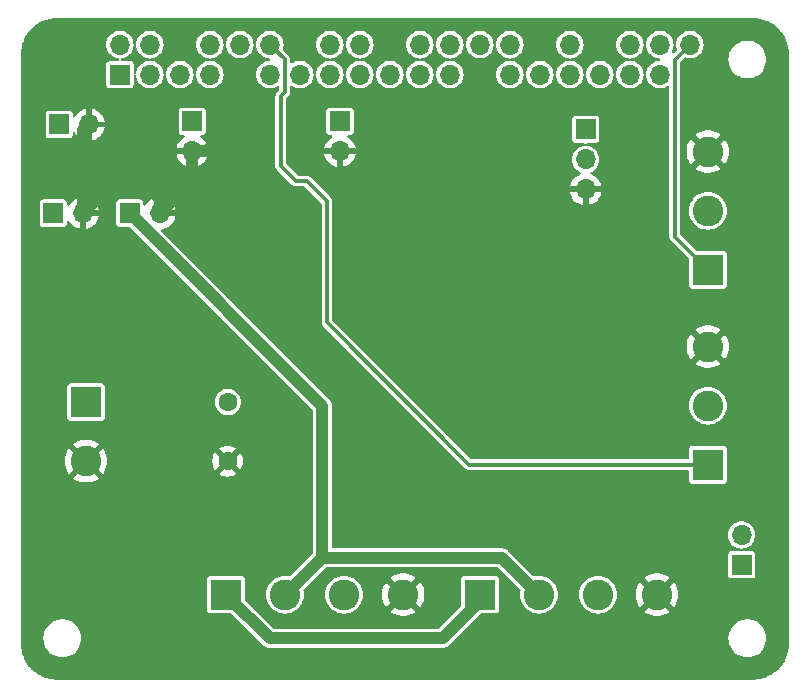
<source format=gbr>
%TF.GenerationSoftware,KiCad,Pcbnew,7.0.1*%
%TF.CreationDate,2024-02-06T22:48:23-07:00*%
%TF.ProjectId,Portal Gun PiHAT Mk2,506f7274-616c-4204-9775-6e2050694841,rev?*%
%TF.SameCoordinates,Original*%
%TF.FileFunction,Copper,L2,Bot*%
%TF.FilePolarity,Positive*%
%FSLAX46Y46*%
G04 Gerber Fmt 4.6, Leading zero omitted, Abs format (unit mm)*
G04 Created by KiCad (PCBNEW 7.0.1) date 2024-02-06 22:48:23*
%MOMM*%
%LPD*%
G01*
G04 APERTURE LIST*
%TA.AperFunction,ComponentPad*%
%ADD10R,1.700000X1.700000*%
%TD*%
%TA.AperFunction,ComponentPad*%
%ADD11O,1.700000X1.700000*%
%TD*%
%TA.AperFunction,ComponentPad*%
%ADD12R,2.600000X2.600000*%
%TD*%
%TA.AperFunction,ComponentPad*%
%ADD13C,2.600000*%
%TD*%
%TA.AperFunction,ComponentPad*%
%ADD14C,1.600000*%
%TD*%
%TA.AperFunction,Conductor*%
%ADD15C,1.000000*%
%TD*%
%TA.AperFunction,Conductor*%
%ADD16C,0.300000*%
%TD*%
G04 APERTURE END LIST*
D10*
%TO.P,J1,1,Pin_1*%
%TO.N,+5V*%
X102725000Y-60500000D03*
D11*
%TO.P,J1,2,Pin_2*%
%TO.N,GND*%
X105265000Y-60500000D03*
%TD*%
D10*
%TO.P,SW2,1,1*%
%TO.N,GPIO_SPARE_2*%
X114500000Y-52725000D03*
D11*
%TO.P,SW2,2,2*%
%TO.N,GND*%
X114500000Y-55265000D03*
%TD*%
D12*
%TO.P,J6,1,Pin_1*%
%TO.N,LED_FWD_GPIO*%
X158150000Y-65300000D03*
D13*
%TO.P,J6,2,Pin_2*%
%TO.N,LED_PWR*%
X158150000Y-60300000D03*
%TO.P,J6,3,Pin_3*%
%TO.N,GND*%
X158150000Y-55300000D03*
%TD*%
D10*
%TO.P,J10,1,Pin_1*%
%TO.N,LED_SPARE_GPIO*%
X147800000Y-53420000D03*
D11*
%TO.P,J10,2,Pin_2*%
%TO.N,LED_PWR*%
X147800000Y-55960000D03*
%TO.P,J10,3,Pin_3*%
%TO.N,GND*%
X147800000Y-58500000D03*
%TD*%
D12*
%TO.P,J8,1,Pin_1*%
%TO.N,+5V*%
X117350000Y-92800000D03*
D13*
%TO.P,J8,2,Pin_2*%
%TO.N,+3V3*%
X122350000Y-92800000D03*
%TO.P,J8,3,Pin_3*%
%TO.N,PB2_GPIO_WHT*%
X127350000Y-92800000D03*
%TO.P,J8,4,Pin_4*%
%TO.N,GND*%
X132350000Y-92800000D03*
%TD*%
D12*
%TO.P,J2,1,Pin_1*%
%TO.N,VIN*%
X105500000Y-76500000D03*
D13*
%TO.P,J2,2,Pin_2*%
%TO.N,GND*%
X105500000Y-81500000D03*
%TD*%
D14*
%TO.P,C1,1*%
%TO.N,VIN*%
X117500000Y-76500000D03*
%TO.P,C1,2*%
%TO.N,GND*%
X117500000Y-81500000D03*
%TD*%
D10*
%TO.P,J4,1,Pin_1*%
%TO.N,+3V3*%
X109200000Y-60500000D03*
D11*
%TO.P,J4,2,Pin_2*%
%TO.N,GND*%
X111740000Y-60500000D03*
%TD*%
D12*
%TO.P,J9,1,Pin_1*%
%TO.N,LED_AFT_GPIO*%
X158150000Y-81800000D03*
D13*
%TO.P,J9,2,Pin_2*%
%TO.N,LED_PWR*%
X158150000Y-76800000D03*
%TO.P,J9,3,Pin_3*%
%TO.N,GND*%
X158150000Y-71800000D03*
%TD*%
D10*
%TO.P,J5,1,Pin_1*%
%TO.N,+5V*%
X103225000Y-53000000D03*
D11*
%TO.P,J5,2,Pin_2*%
%TO.N,GND*%
X105765000Y-53000000D03*
%TD*%
D12*
%TO.P,J7,1,Pin_1*%
%TO.N,+5V*%
X138850000Y-92800000D03*
D13*
%TO.P,J7,2,Pin_2*%
%TO.N,+3V3*%
X143850000Y-92800000D03*
%TO.P,J7,3,Pin_3*%
%TO.N,PB1_GPIO_WHT*%
X148850000Y-92800000D03*
%TO.P,J7,4,Pin_4*%
%TO.N,GND*%
X153850000Y-92800000D03*
%TD*%
D10*
%TO.P,SW1,1,1*%
%TO.N,GPIO_SPARE_1*%
X127000000Y-52725000D03*
D11*
%TO.P,SW1,2,2*%
%TO.N,GND*%
X127000000Y-55265000D03*
%TD*%
D10*
%TO.P,SW3,1*%
%TO.N,+5V*%
X161000000Y-90275000D03*
D11*
%TO.P,SW3,2*%
%TO.N,LED_PWR*%
X161000000Y-87735000D03*
%TD*%
D10*
%TO.P,J3,1,Pin_1*%
%TO.N,+3V3*%
X108370000Y-48770000D03*
D11*
%TO.P,J3,2,Pin_2*%
%TO.N,+5V*%
X108370000Y-46230000D03*
%TO.P,J3,3,Pin_3*%
%TO.N,GPIO_SPARE_2*%
X110910000Y-48770000D03*
%TO.P,J3,4,Pin_4*%
%TO.N,+5V*%
X110910000Y-46230000D03*
%TO.P,J3,5,Pin_5*%
%TO.N,/GPIO3{slash}SCL1*%
X113450000Y-48770000D03*
%TO.P,J3,6,Pin_6*%
%TO.N,GND*%
X113450000Y-46230000D03*
%TO.P,J3,7,Pin_7*%
%TO.N,/GPIO4{slash}GPCLK0*%
X115990000Y-48770000D03*
%TO.P,J3,8,Pin_8*%
%TO.N,/GPIO14{slash}TXD0*%
X115990000Y-46230000D03*
%TO.P,J3,9,Pin_9*%
%TO.N,GND*%
X118530000Y-48770000D03*
%TO.P,J3,10,Pin_10*%
%TO.N,PB2_GPIO_WHT*%
X118530000Y-46230000D03*
%TO.P,J3,11,Pin_11*%
%TO.N,PB1_GPIO_WHT*%
X121070000Y-48770000D03*
%TO.P,J3,12,Pin_12*%
%TO.N,LED_AFT_GPIO*%
X121070000Y-46230000D03*
%TO.P,J3,13,Pin_13*%
%TO.N,GPIO_SPARE_1*%
X123610000Y-48770000D03*
%TO.P,J3,14,Pin_14*%
%TO.N,GND*%
X123610000Y-46230000D03*
%TO.P,J3,15,Pin_15*%
%TO.N,/GPIO22*%
X126150000Y-48770000D03*
%TO.P,J3,16,Pin_16*%
%TO.N,/GPIO23*%
X126150000Y-46230000D03*
%TO.P,J3,17,Pin_17*%
%TO.N,+3V3*%
X128690000Y-48770000D03*
%TO.P,J3,18,Pin_18*%
%TO.N,/GPIO24*%
X128690000Y-46230000D03*
%TO.P,J3,19,Pin_19*%
%TO.N,/GPIO10{slash}SPI0.MOSI*%
X131230000Y-48770000D03*
%TO.P,J3,20,Pin_20*%
%TO.N,GND*%
X131230000Y-46230000D03*
%TO.P,J3,21,Pin_21*%
%TO.N,/GPIO9{slash}SPI0.MISO*%
X133770000Y-48770000D03*
%TO.P,J3,22,Pin_22*%
%TO.N,/GPIO25*%
X133770000Y-46230000D03*
%TO.P,J3,23,Pin_23*%
%TO.N,/GPIO11{slash}SPI0.SCLK*%
X136310000Y-48770000D03*
%TO.P,J3,24,Pin_24*%
%TO.N,/GPIO8{slash}SPI0.CE0*%
X136310000Y-46230000D03*
%TO.P,J3,25,Pin_25*%
%TO.N,GND*%
X138850000Y-48770000D03*
%TO.P,J3,26,Pin_26*%
%TO.N,/GPIO7{slash}SPI0.CE1*%
X138850000Y-46230000D03*
%TO.P,J3,27,Pin_27*%
%TO.N,/ID_SDA*%
X141390000Y-48770000D03*
%TO.P,J3,28,Pin_28*%
%TO.N,/ID_SCL*%
X141390000Y-46230000D03*
%TO.P,J3,29,Pin_29*%
%TO.N,/GPIO5*%
X143930000Y-48770000D03*
%TO.P,J3,30,Pin_30*%
%TO.N,GND*%
X143930000Y-46230000D03*
%TO.P,J3,31,Pin_31*%
%TO.N,/GPIO6*%
X146470000Y-48770000D03*
%TO.P,J3,32,Pin_32*%
%TO.N,LED_SPARE_GPIO*%
X146470000Y-46230000D03*
%TO.P,J3,33,Pin_33*%
%TO.N,/GPIO13{slash}PWM1*%
X149010000Y-48770000D03*
%TO.P,J3,34,Pin_34*%
%TO.N,GND*%
X149010000Y-46230000D03*
%TO.P,J3,35,Pin_35*%
%TO.N,/GPIO19{slash}PCM.FS*%
X151550000Y-48770000D03*
%TO.P,J3,36,Pin_36*%
%TO.N,/GPIO16*%
X151550000Y-46230000D03*
%TO.P,J3,37,Pin_37*%
%TO.N,/GPIO26*%
X154090000Y-48770000D03*
%TO.P,J3,38,Pin_38*%
%TO.N,/GPIO20{slash}PCM.DIN*%
X154090000Y-46230000D03*
%TO.P,J3,39,Pin_39*%
%TO.N,GND*%
X156630000Y-48770000D03*
%TO.P,J3,40,Pin_40*%
%TO.N,LED_FWD_GPIO*%
X156630000Y-46230000D03*
%TD*%
D15*
%TO.N,GND*%
X105265000Y-53500000D02*
X105765000Y-53000000D01*
X114500000Y-55265000D02*
X115702081Y-55265000D01*
X111740000Y-60500000D02*
X111740000Y-59340000D01*
X114500000Y-57740000D02*
X111740000Y-60500000D01*
X115702081Y-55265000D02*
X118530000Y-52437081D01*
X108165000Y-57600000D02*
X105265000Y-60500000D01*
X110000000Y-57600000D02*
X108165000Y-57600000D01*
X118530000Y-52437081D02*
X118530000Y-48770000D01*
X114500000Y-55265000D02*
X114500000Y-57740000D01*
X105265000Y-60500000D02*
X105265000Y-53500000D01*
X111740000Y-59340000D02*
X110000000Y-57600000D01*
%TO.N,+5V*%
X138850000Y-92800000D02*
X138850000Y-93350000D01*
X121050000Y-96500000D02*
X117350000Y-92800000D01*
X135700000Y-96500000D02*
X121050000Y-96500000D01*
X138850000Y-93350000D02*
X135700000Y-96500000D01*
%TO.N,+3V3*%
X125500000Y-76800000D02*
X125500000Y-89700000D01*
X125450000Y-89700000D02*
X122350000Y-92800000D01*
X140750000Y-89700000D02*
X143850000Y-92800000D01*
X125500000Y-89700000D02*
X125450000Y-89700000D01*
X125450000Y-89700000D02*
X140750000Y-89700000D01*
X109200000Y-60500000D02*
X125500000Y-76800000D01*
D16*
%TO.N,LED_AFT_GPIO*%
X122325000Y-50275000D02*
X121975000Y-50625000D01*
X125900000Y-69750000D02*
X137950000Y-81800000D01*
X121070000Y-46230000D02*
X122325000Y-47485000D01*
X122325000Y-47485000D02*
X122325000Y-50275000D01*
X121975000Y-56475000D02*
X123300000Y-57800000D01*
X125900000Y-59500000D02*
X125900000Y-69750000D01*
X124200000Y-57800000D02*
X125900000Y-59500000D01*
X137950000Y-81800000D02*
X158150000Y-81800000D01*
X123300000Y-57800000D02*
X124200000Y-57800000D01*
X121975000Y-50625000D02*
X121975000Y-56475000D01*
%TO.N,LED_FWD_GPIO*%
X155350000Y-62500000D02*
X158150000Y-65300000D01*
X155350000Y-47510000D02*
X155350000Y-62500000D01*
X156630000Y-46230000D02*
X155350000Y-47510000D01*
%TD*%
%TA.AperFunction,Conductor*%
%TO.N,GND*%
G36*
X162003243Y-44000669D02*
G01*
X162133379Y-44007490D01*
X162313908Y-44017628D01*
X162326309Y-44018955D01*
X162474990Y-44042504D01*
X162476245Y-44042709D01*
X162635324Y-44069738D01*
X162646606Y-44072202D01*
X162795635Y-44112134D01*
X162797761Y-44112725D01*
X162949174Y-44156347D01*
X162959260Y-44159729D01*
X163104710Y-44215562D01*
X163107599Y-44216714D01*
X163251768Y-44276430D01*
X163260594Y-44280500D01*
X163400064Y-44351565D01*
X163403748Y-44353521D01*
X163493848Y-44403316D01*
X163539548Y-44428574D01*
X163547061Y-44433081D01*
X163678754Y-44518604D01*
X163682947Y-44521452D01*
X163809147Y-44610996D01*
X163815428Y-44615759D01*
X163937567Y-44714665D01*
X163942158Y-44718571D01*
X164057424Y-44821579D01*
X164062478Y-44826358D01*
X164173640Y-44937520D01*
X164178419Y-44942574D01*
X164281427Y-45057840D01*
X164285333Y-45062431D01*
X164384239Y-45184570D01*
X164389002Y-45190851D01*
X164478546Y-45317051D01*
X164481409Y-45321266D01*
X164566907Y-45452921D01*
X164571430Y-45460460D01*
X164646477Y-45596250D01*
X164648433Y-45599934D01*
X164719498Y-45739404D01*
X164723575Y-45748247D01*
X164783259Y-45892337D01*
X164784462Y-45895353D01*
X164840265Y-46040727D01*
X164843655Y-46050836D01*
X164887258Y-46202185D01*
X164887879Y-46204419D01*
X164927791Y-46353370D01*
X164930264Y-46364694D01*
X164957282Y-46523715D01*
X164957507Y-46525087D01*
X164981040Y-46673666D01*
X164982372Y-46686111D01*
X164992498Y-46866421D01*
X164992523Y-46866884D01*
X164999330Y-46996757D01*
X164999500Y-47003247D01*
X164999500Y-50704429D01*
X155800500Y-50772268D01*
X155800500Y-47747966D01*
X155809939Y-47700513D01*
X155836816Y-47660287D01*
X155997103Y-47499999D01*
X159894551Y-47499999D01*
X159914317Y-47751149D01*
X159973126Y-47996110D01*
X160021330Y-48112485D01*
X160069534Y-48228859D01*
X160201164Y-48443659D01*
X160364776Y-48635224D01*
X160556341Y-48798836D01*
X160771141Y-48930466D01*
X161003889Y-49026873D01*
X161248852Y-49085683D01*
X161437118Y-49100500D01*
X161562879Y-49100500D01*
X161562882Y-49100500D01*
X161751148Y-49085683D01*
X161996111Y-49026873D01*
X162228859Y-48930466D01*
X162443659Y-48798836D01*
X162635224Y-48635224D01*
X162798836Y-48443659D01*
X162930466Y-48228859D01*
X163026873Y-47996111D01*
X163085683Y-47751148D01*
X163105449Y-47500000D01*
X163085683Y-47248852D01*
X163026873Y-47003889D01*
X162930466Y-46771141D01*
X162798836Y-46556341D01*
X162635224Y-46364776D01*
X162443659Y-46201164D01*
X162228859Y-46069534D01*
X162103694Y-46017689D01*
X161996110Y-45973126D01*
X161751149Y-45914317D01*
X161704081Y-45910612D01*
X161562882Y-45899500D01*
X161437118Y-45899500D01*
X161324158Y-45908390D01*
X161248850Y-45914317D01*
X161003889Y-45973126D01*
X160771139Y-46069535D01*
X160556342Y-46201163D01*
X160364776Y-46364776D01*
X160201163Y-46556342D01*
X160121422Y-46686467D01*
X160069534Y-46771141D01*
X160055415Y-46805225D01*
X159973126Y-47003889D01*
X159914317Y-47248850D01*
X159894551Y-47499999D01*
X155997103Y-47499999D01*
X156142777Y-47354325D01*
X156182119Y-47327819D01*
X156228543Y-47318026D01*
X156275247Y-47326385D01*
X156296267Y-47334528D01*
X156313802Y-47341321D01*
X156523390Y-47380500D01*
X156736608Y-47380500D01*
X156736610Y-47380500D01*
X156946198Y-47341321D01*
X157145019Y-47264298D01*
X157326302Y-47152052D01*
X157483872Y-47008407D01*
X157612366Y-46838255D01*
X157612366Y-46838253D01*
X157612368Y-46838252D01*
X157672866Y-46716753D01*
X157707405Y-46647389D01*
X157765756Y-46442310D01*
X157785429Y-46230000D01*
X157765756Y-46017690D01*
X157707405Y-45812611D01*
X157707014Y-45811827D01*
X157612368Y-45621747D01*
X157483873Y-45451594D01*
X157326301Y-45307947D01*
X157145017Y-45195701D01*
X156946198Y-45118679D01*
X156946197Y-45118678D01*
X156736610Y-45079500D01*
X156523390Y-45079500D01*
X156383664Y-45105619D01*
X156313801Y-45118679D01*
X156114982Y-45195701D01*
X155933698Y-45307947D01*
X155776126Y-45451594D01*
X155647631Y-45621747D01*
X155552595Y-45812609D01*
X155494243Y-46017689D01*
X155483471Y-46133951D01*
X155463367Y-46191003D01*
X155420589Y-46229999D01*
X155463367Y-46268996D01*
X155483471Y-46326048D01*
X155494244Y-46442312D01*
X155537727Y-46595138D01*
X155538479Y-46660242D01*
X155506142Y-46716753D01*
X155300165Y-46922730D01*
X155239757Y-46956012D01*
X155170912Y-46951873D01*
X155114928Y-46911592D01*
X155089124Y-46847631D01*
X155101484Y-46779778D01*
X155132866Y-46716753D01*
X155167405Y-46647389D01*
X155225756Y-46442310D01*
X155236529Y-46326047D01*
X155256633Y-46268996D01*
X155299410Y-46229999D01*
X155256633Y-46191003D01*
X155236529Y-46133951D01*
X155225756Y-46017689D01*
X155192127Y-45899500D01*
X155167405Y-45812611D01*
X155167014Y-45811827D01*
X155072368Y-45621747D01*
X154943873Y-45451594D01*
X154786301Y-45307947D01*
X154605017Y-45195701D01*
X154406198Y-45118679D01*
X154406197Y-45118678D01*
X154196610Y-45079500D01*
X153983390Y-45079500D01*
X153843664Y-45105619D01*
X153773801Y-45118679D01*
X153574982Y-45195701D01*
X153393698Y-45307947D01*
X153236126Y-45451594D01*
X153107631Y-45621747D01*
X153012595Y-45812609D01*
X152954243Y-46017689D01*
X152943471Y-46133951D01*
X152923367Y-46191003D01*
X152880589Y-46229999D01*
X152923367Y-46268996D01*
X152943471Y-46326048D01*
X152954243Y-46442310D01*
X153012595Y-46647390D01*
X153107631Y-46838252D01*
X153232231Y-47003247D01*
X153236128Y-47008407D01*
X153393698Y-47152052D01*
X153574981Y-47264298D01*
X153773802Y-47341321D01*
X153970613Y-47378111D01*
X154031365Y-47408363D01*
X154067093Y-47466066D01*
X154067093Y-47533934D01*
X154031365Y-47591637D01*
X153970613Y-47621888D01*
X153840475Y-47646215D01*
X153773801Y-47658679D01*
X153574982Y-47735701D01*
X153393698Y-47847947D01*
X153236126Y-47991594D01*
X153107631Y-48161747D01*
X153012595Y-48352609D01*
X152954243Y-48557689D01*
X152943471Y-48673951D01*
X152923367Y-48731003D01*
X152880589Y-48769999D01*
X152923367Y-48808996D01*
X152943471Y-48866048D01*
X152954243Y-48982310D01*
X153012595Y-49187390D01*
X153107631Y-49378252D01*
X153236126Y-49548405D01*
X153236128Y-49548407D01*
X153393698Y-49692052D01*
X153574981Y-49804298D01*
X153773802Y-49881321D01*
X153983390Y-49920500D01*
X154196608Y-49920500D01*
X154196610Y-49920500D01*
X154406198Y-49881321D01*
X154605019Y-49804298D01*
X154641417Y-49781761D01*
X154710223Y-49739159D01*
X154772636Y-49720619D01*
X154835839Y-49736257D01*
X154882407Y-49781761D01*
X154899500Y-49844586D01*
X154899500Y-50778912D01*
X122425500Y-51018396D01*
X122425500Y-50862967D01*
X122434939Y-50815515D01*
X122461818Y-50775287D01*
X122620739Y-50616363D01*
X122631098Y-50607105D01*
X122658970Y-50584879D01*
X122691191Y-50537618D01*
X122693859Y-50533859D01*
X122727793Y-50487882D01*
X122727794Y-50487877D01*
X122731381Y-50483018D01*
X122733692Y-50478441D01*
X122735470Y-50472675D01*
X122735472Y-50472673D01*
X122752330Y-50418014D01*
X122753775Y-50413626D01*
X122754303Y-50412118D01*
X122772646Y-50359699D01*
X122772646Y-50359695D01*
X122774637Y-50354006D01*
X122775500Y-50348932D01*
X122775500Y-50285754D01*
X122775587Y-50281116D01*
X122777950Y-50217973D01*
X122775500Y-50199362D01*
X122775500Y-49829106D01*
X122792593Y-49766281D01*
X122839161Y-49720777D01*
X122902364Y-49705139D01*
X122964776Y-49723678D01*
X123094981Y-49804298D01*
X123293802Y-49881321D01*
X123503390Y-49920500D01*
X123716608Y-49920500D01*
X123716610Y-49920500D01*
X123926198Y-49881321D01*
X124125019Y-49804298D01*
X124306302Y-49692052D01*
X124463872Y-49548407D01*
X124592366Y-49378255D01*
X124592366Y-49378253D01*
X124592368Y-49378252D01*
X124640080Y-49282430D01*
X124687405Y-49187389D01*
X124745756Y-48982310D01*
X124756529Y-48866047D01*
X124776633Y-48808996D01*
X124819410Y-48769999D01*
X124940589Y-48769999D01*
X124983367Y-48808996D01*
X125003471Y-48866048D01*
X125014243Y-48982310D01*
X125072595Y-49187390D01*
X125167631Y-49378252D01*
X125296126Y-49548405D01*
X125296128Y-49548407D01*
X125453698Y-49692052D01*
X125634981Y-49804298D01*
X125833802Y-49881321D01*
X126043390Y-49920500D01*
X126256608Y-49920500D01*
X126256610Y-49920500D01*
X126466198Y-49881321D01*
X126665019Y-49804298D01*
X126846302Y-49692052D01*
X127003872Y-49548407D01*
X127132366Y-49378255D01*
X127132366Y-49378253D01*
X127132368Y-49378252D01*
X127180080Y-49282430D01*
X127227405Y-49187389D01*
X127285756Y-48982310D01*
X127296529Y-48866047D01*
X127316633Y-48808996D01*
X127359410Y-48769999D01*
X127480589Y-48769999D01*
X127523367Y-48808996D01*
X127543471Y-48866048D01*
X127554243Y-48982310D01*
X127612595Y-49187390D01*
X127707631Y-49378252D01*
X127836126Y-49548405D01*
X127836128Y-49548407D01*
X127993698Y-49692052D01*
X128174981Y-49804298D01*
X128373802Y-49881321D01*
X128583390Y-49920500D01*
X128796608Y-49920500D01*
X128796610Y-49920500D01*
X129006198Y-49881321D01*
X129205019Y-49804298D01*
X129386302Y-49692052D01*
X129543872Y-49548407D01*
X129672366Y-49378255D01*
X129672366Y-49378253D01*
X129672368Y-49378252D01*
X129720080Y-49282430D01*
X129767405Y-49187389D01*
X129825756Y-48982310D01*
X129836529Y-48866047D01*
X129856633Y-48808996D01*
X129899410Y-48769999D01*
X130020589Y-48769999D01*
X130063367Y-48808996D01*
X130083471Y-48866048D01*
X130094243Y-48982310D01*
X130152595Y-49187390D01*
X130247631Y-49378252D01*
X130376126Y-49548405D01*
X130376128Y-49548407D01*
X130533698Y-49692052D01*
X130714981Y-49804298D01*
X130913802Y-49881321D01*
X131123390Y-49920500D01*
X131336608Y-49920500D01*
X131336610Y-49920500D01*
X131546198Y-49881321D01*
X131745019Y-49804298D01*
X131926302Y-49692052D01*
X132083872Y-49548407D01*
X132212366Y-49378255D01*
X132212366Y-49378253D01*
X132212368Y-49378252D01*
X132260080Y-49282430D01*
X132307405Y-49187389D01*
X132365756Y-48982310D01*
X132376529Y-48866047D01*
X132396633Y-48808996D01*
X132439410Y-48769999D01*
X132560589Y-48769999D01*
X132603367Y-48808996D01*
X132623471Y-48866048D01*
X132634243Y-48982310D01*
X132692595Y-49187390D01*
X132787631Y-49378252D01*
X132916126Y-49548405D01*
X132916128Y-49548407D01*
X133073698Y-49692052D01*
X133254981Y-49804298D01*
X133453802Y-49881321D01*
X133663390Y-49920500D01*
X133876608Y-49920500D01*
X133876610Y-49920500D01*
X134086198Y-49881321D01*
X134285019Y-49804298D01*
X134466302Y-49692052D01*
X134623872Y-49548407D01*
X134752366Y-49378255D01*
X134752366Y-49378253D01*
X134752368Y-49378252D01*
X134800080Y-49282430D01*
X134847405Y-49187389D01*
X134905756Y-48982310D01*
X134916529Y-48866047D01*
X134936633Y-48808996D01*
X134979410Y-48769999D01*
X135100589Y-48769999D01*
X135143367Y-48808996D01*
X135163471Y-48866048D01*
X135174243Y-48982310D01*
X135232595Y-49187390D01*
X135327631Y-49378252D01*
X135456126Y-49548405D01*
X135456128Y-49548407D01*
X135613698Y-49692052D01*
X135794981Y-49804298D01*
X135993802Y-49881321D01*
X136203390Y-49920500D01*
X136416608Y-49920500D01*
X136416610Y-49920500D01*
X136626198Y-49881321D01*
X136825019Y-49804298D01*
X137006302Y-49692052D01*
X137163872Y-49548407D01*
X137292366Y-49378255D01*
X137292366Y-49378253D01*
X137292368Y-49378252D01*
X137340080Y-49282430D01*
X137387405Y-49187389D01*
X137445756Y-48982310D01*
X137465429Y-48770000D01*
X137445756Y-48557690D01*
X137387405Y-48352611D01*
X137387014Y-48351827D01*
X137292368Y-48161747D01*
X137163873Y-47991594D01*
X137006301Y-47847947D01*
X136886418Y-47773719D01*
X136825019Y-47735702D01*
X136825017Y-47735701D01*
X136626198Y-47658679D01*
X136626197Y-47658678D01*
X136429385Y-47621888D01*
X136368634Y-47591637D01*
X136332906Y-47533934D01*
X136332906Y-47466066D01*
X136368634Y-47408363D01*
X136429385Y-47378111D01*
X136626198Y-47341321D01*
X136825019Y-47264298D01*
X137006302Y-47152052D01*
X137163872Y-47008407D01*
X137292366Y-46838255D01*
X137292366Y-46838253D01*
X137292368Y-46838252D01*
X137352866Y-46716753D01*
X137387405Y-46647389D01*
X137445756Y-46442310D01*
X137456529Y-46326047D01*
X137476633Y-46268996D01*
X137519410Y-46229999D01*
X137640589Y-46229999D01*
X137683367Y-46268996D01*
X137703471Y-46326048D01*
X137714243Y-46442310D01*
X137772595Y-46647390D01*
X137867631Y-46838252D01*
X137992231Y-47003247D01*
X137996128Y-47008407D01*
X138153698Y-47152052D01*
X138334981Y-47264298D01*
X138533802Y-47341321D01*
X138743390Y-47380500D01*
X138956608Y-47380500D01*
X138956610Y-47380500D01*
X139166198Y-47341321D01*
X139365019Y-47264298D01*
X139546302Y-47152052D01*
X139703872Y-47008407D01*
X139832366Y-46838255D01*
X139832366Y-46838253D01*
X139832368Y-46838252D01*
X139892866Y-46716753D01*
X139927405Y-46647389D01*
X139985756Y-46442310D01*
X139996529Y-46326047D01*
X140016633Y-46268996D01*
X140059410Y-46229999D01*
X140180589Y-46229999D01*
X140223367Y-46268996D01*
X140243471Y-46326048D01*
X140254243Y-46442310D01*
X140312595Y-46647390D01*
X140407631Y-46838252D01*
X140532231Y-47003247D01*
X140536128Y-47008407D01*
X140693698Y-47152052D01*
X140874981Y-47264298D01*
X141073802Y-47341321D01*
X141270613Y-47378111D01*
X141331365Y-47408363D01*
X141367093Y-47466066D01*
X141367093Y-47533934D01*
X141331365Y-47591637D01*
X141270613Y-47621888D01*
X141140475Y-47646215D01*
X141073801Y-47658679D01*
X140874982Y-47735701D01*
X140693698Y-47847947D01*
X140536126Y-47991594D01*
X140407631Y-48161747D01*
X140312595Y-48352609D01*
X140254243Y-48557689D01*
X140234571Y-48769999D01*
X140254243Y-48982310D01*
X140312595Y-49187390D01*
X140407631Y-49378252D01*
X140536126Y-49548405D01*
X140536128Y-49548407D01*
X140693698Y-49692052D01*
X140874981Y-49804298D01*
X141073802Y-49881321D01*
X141283390Y-49920500D01*
X141496608Y-49920500D01*
X141496610Y-49920500D01*
X141706198Y-49881321D01*
X141905019Y-49804298D01*
X142086302Y-49692052D01*
X142243872Y-49548407D01*
X142372366Y-49378255D01*
X142372366Y-49378253D01*
X142372368Y-49378252D01*
X142420080Y-49282430D01*
X142467405Y-49187389D01*
X142525756Y-48982310D01*
X142536529Y-48866047D01*
X142556633Y-48808996D01*
X142599410Y-48769999D01*
X142720589Y-48769999D01*
X142763367Y-48808996D01*
X142783471Y-48866048D01*
X142794243Y-48982310D01*
X142852595Y-49187390D01*
X142947631Y-49378252D01*
X143076126Y-49548405D01*
X143076128Y-49548407D01*
X143233698Y-49692052D01*
X143414981Y-49804298D01*
X143613802Y-49881321D01*
X143823390Y-49920500D01*
X144036608Y-49920500D01*
X144036610Y-49920500D01*
X144246198Y-49881321D01*
X144445019Y-49804298D01*
X144626302Y-49692052D01*
X144783872Y-49548407D01*
X144912366Y-49378255D01*
X144912366Y-49378253D01*
X144912368Y-49378252D01*
X144960080Y-49282430D01*
X145007405Y-49187389D01*
X145065756Y-48982310D01*
X145076529Y-48866047D01*
X145096633Y-48808996D01*
X145139410Y-48769999D01*
X145260589Y-48769999D01*
X145303367Y-48808996D01*
X145323471Y-48866048D01*
X145334243Y-48982310D01*
X145392595Y-49187390D01*
X145487631Y-49378252D01*
X145616126Y-49548405D01*
X145616128Y-49548407D01*
X145773698Y-49692052D01*
X145954981Y-49804298D01*
X146153802Y-49881321D01*
X146363390Y-49920500D01*
X146576608Y-49920500D01*
X146576610Y-49920500D01*
X146786198Y-49881321D01*
X146985019Y-49804298D01*
X147166302Y-49692052D01*
X147323872Y-49548407D01*
X147452366Y-49378255D01*
X147452366Y-49378253D01*
X147452368Y-49378252D01*
X147500080Y-49282430D01*
X147547405Y-49187389D01*
X147605756Y-48982310D01*
X147616529Y-48866047D01*
X147636633Y-48808996D01*
X147679410Y-48769999D01*
X147800589Y-48769999D01*
X147843367Y-48808996D01*
X147863471Y-48866048D01*
X147874243Y-48982310D01*
X147932595Y-49187390D01*
X148027631Y-49378252D01*
X148156126Y-49548405D01*
X148156128Y-49548407D01*
X148313698Y-49692052D01*
X148494981Y-49804298D01*
X148693802Y-49881321D01*
X148903390Y-49920500D01*
X149116608Y-49920500D01*
X149116610Y-49920500D01*
X149326198Y-49881321D01*
X149525019Y-49804298D01*
X149706302Y-49692052D01*
X149863872Y-49548407D01*
X149992366Y-49378255D01*
X149992366Y-49378253D01*
X149992368Y-49378252D01*
X150040080Y-49282430D01*
X150087405Y-49187389D01*
X150145756Y-48982310D01*
X150156529Y-48866047D01*
X150176633Y-48808996D01*
X150219410Y-48769999D01*
X150340589Y-48769999D01*
X150383367Y-48808996D01*
X150403471Y-48866048D01*
X150414243Y-48982310D01*
X150472595Y-49187390D01*
X150567631Y-49378252D01*
X150696126Y-49548405D01*
X150696128Y-49548407D01*
X150853698Y-49692052D01*
X151034981Y-49804298D01*
X151233802Y-49881321D01*
X151443390Y-49920500D01*
X151656608Y-49920500D01*
X151656610Y-49920500D01*
X151866198Y-49881321D01*
X152065019Y-49804298D01*
X152246302Y-49692052D01*
X152403872Y-49548407D01*
X152532366Y-49378255D01*
X152532366Y-49378253D01*
X152532368Y-49378252D01*
X152580080Y-49282430D01*
X152627405Y-49187389D01*
X152685756Y-48982310D01*
X152696529Y-48866047D01*
X152716633Y-48808996D01*
X152759410Y-48769999D01*
X152716633Y-48731003D01*
X152696529Y-48673951D01*
X152685756Y-48557689D01*
X152627404Y-48352609D01*
X152532368Y-48161747D01*
X152403873Y-47991594D01*
X152246301Y-47847947D01*
X152126418Y-47773719D01*
X152065019Y-47735702D01*
X152065017Y-47735701D01*
X151866198Y-47658679D01*
X151866197Y-47658678D01*
X151669385Y-47621888D01*
X151608634Y-47591637D01*
X151572906Y-47533934D01*
X151572906Y-47466066D01*
X151608634Y-47408363D01*
X151669385Y-47378111D01*
X151866198Y-47341321D01*
X152065019Y-47264298D01*
X152246302Y-47152052D01*
X152403872Y-47008407D01*
X152532366Y-46838255D01*
X152532366Y-46838253D01*
X152532368Y-46838252D01*
X152592866Y-46716753D01*
X152627405Y-46647389D01*
X152685756Y-46442310D01*
X152696529Y-46326047D01*
X152716633Y-46268996D01*
X152759410Y-46229999D01*
X152716633Y-46191003D01*
X152696529Y-46133951D01*
X152685756Y-46017689D01*
X152652127Y-45899500D01*
X152627405Y-45812611D01*
X152627014Y-45811827D01*
X152532368Y-45621747D01*
X152403873Y-45451594D01*
X152246301Y-45307947D01*
X152065017Y-45195701D01*
X151866198Y-45118679D01*
X151866197Y-45118678D01*
X151656610Y-45079500D01*
X151443390Y-45079500D01*
X151303664Y-45105619D01*
X151233801Y-45118679D01*
X151034982Y-45195701D01*
X150853698Y-45307947D01*
X150696126Y-45451594D01*
X150567631Y-45621747D01*
X150472595Y-45812609D01*
X150414243Y-46017689D01*
X150394571Y-46229999D01*
X150414243Y-46442310D01*
X150472595Y-46647390D01*
X150567631Y-46838252D01*
X150692231Y-47003247D01*
X150696128Y-47008407D01*
X150853698Y-47152052D01*
X151034981Y-47264298D01*
X151233802Y-47341321D01*
X151430613Y-47378111D01*
X151491365Y-47408363D01*
X151527093Y-47466066D01*
X151527093Y-47533934D01*
X151491365Y-47591637D01*
X151430613Y-47621888D01*
X151300475Y-47646215D01*
X151233801Y-47658679D01*
X151034982Y-47735701D01*
X150853698Y-47847947D01*
X150696126Y-47991594D01*
X150567631Y-48161747D01*
X150472595Y-48352609D01*
X150414243Y-48557689D01*
X150403471Y-48673951D01*
X150383367Y-48731003D01*
X150340589Y-48769999D01*
X150219410Y-48769999D01*
X150176633Y-48731003D01*
X150156529Y-48673951D01*
X150145756Y-48557689D01*
X150087404Y-48352609D01*
X149992368Y-48161747D01*
X149863873Y-47991594D01*
X149706301Y-47847947D01*
X149586418Y-47773719D01*
X149525019Y-47735702D01*
X149525017Y-47735701D01*
X149326198Y-47658679D01*
X149326197Y-47658678D01*
X149116610Y-47619500D01*
X148903390Y-47619500D01*
X148763664Y-47645619D01*
X148693801Y-47658679D01*
X148494982Y-47735701D01*
X148313698Y-47847947D01*
X148156126Y-47991594D01*
X148027631Y-48161747D01*
X147932595Y-48352609D01*
X147874243Y-48557689D01*
X147863471Y-48673951D01*
X147843367Y-48731003D01*
X147800589Y-48769999D01*
X147679410Y-48769999D01*
X147636633Y-48731003D01*
X147616529Y-48673951D01*
X147605756Y-48557689D01*
X147547404Y-48352609D01*
X147452368Y-48161747D01*
X147323873Y-47991594D01*
X147166301Y-47847947D01*
X147046418Y-47773719D01*
X146985019Y-47735702D01*
X146985017Y-47735701D01*
X146786198Y-47658679D01*
X146786197Y-47658678D01*
X146589385Y-47621888D01*
X146528634Y-47591637D01*
X146492906Y-47533934D01*
X146492906Y-47466066D01*
X146528634Y-47408363D01*
X146589385Y-47378111D01*
X146786198Y-47341321D01*
X146985019Y-47264298D01*
X147166302Y-47152052D01*
X147323872Y-47008407D01*
X147452366Y-46838255D01*
X147452366Y-46838253D01*
X147452368Y-46838252D01*
X147512866Y-46716753D01*
X147547405Y-46647389D01*
X147605756Y-46442310D01*
X147625429Y-46230000D01*
X147605756Y-46017690D01*
X147547405Y-45812611D01*
X147547014Y-45811827D01*
X147452368Y-45621747D01*
X147323873Y-45451594D01*
X147166301Y-45307947D01*
X146985017Y-45195701D01*
X146786198Y-45118679D01*
X146786197Y-45118678D01*
X146576610Y-45079500D01*
X146363390Y-45079500D01*
X146223664Y-45105619D01*
X146153801Y-45118679D01*
X145954982Y-45195701D01*
X145773698Y-45307947D01*
X145616126Y-45451594D01*
X145487631Y-45621747D01*
X145392595Y-45812609D01*
X145334243Y-46017689D01*
X145314571Y-46229999D01*
X145334243Y-46442310D01*
X145392595Y-46647390D01*
X145487631Y-46838252D01*
X145612231Y-47003247D01*
X145616128Y-47008407D01*
X145773698Y-47152052D01*
X145954981Y-47264298D01*
X146153802Y-47341321D01*
X146350613Y-47378111D01*
X146411365Y-47408363D01*
X146447093Y-47466066D01*
X146447093Y-47533934D01*
X146411365Y-47591637D01*
X146350613Y-47621888D01*
X146220475Y-47646215D01*
X146153801Y-47658679D01*
X145954982Y-47735701D01*
X145773698Y-47847947D01*
X145616126Y-47991594D01*
X145487631Y-48161747D01*
X145392595Y-48352609D01*
X145334243Y-48557689D01*
X145323471Y-48673951D01*
X145303367Y-48731003D01*
X145260589Y-48769999D01*
X145139410Y-48769999D01*
X145096633Y-48731003D01*
X145076529Y-48673951D01*
X145065756Y-48557689D01*
X145007404Y-48352609D01*
X144912368Y-48161747D01*
X144783873Y-47991594D01*
X144626301Y-47847947D01*
X144506418Y-47773719D01*
X144445019Y-47735702D01*
X144445017Y-47735701D01*
X144246198Y-47658679D01*
X144246197Y-47658678D01*
X144036610Y-47619500D01*
X143823390Y-47619500D01*
X143683664Y-47645619D01*
X143613801Y-47658679D01*
X143414982Y-47735701D01*
X143233698Y-47847947D01*
X143076126Y-47991594D01*
X142947631Y-48161747D01*
X142852595Y-48352609D01*
X142794243Y-48557689D01*
X142783471Y-48673951D01*
X142763367Y-48731003D01*
X142720589Y-48769999D01*
X142599410Y-48769999D01*
X142556633Y-48731003D01*
X142536529Y-48673951D01*
X142525756Y-48557689D01*
X142467404Y-48352609D01*
X142372368Y-48161747D01*
X142243873Y-47991594D01*
X142086301Y-47847947D01*
X141966418Y-47773719D01*
X141905019Y-47735702D01*
X141905017Y-47735701D01*
X141706198Y-47658679D01*
X141706197Y-47658678D01*
X141509385Y-47621888D01*
X141448634Y-47591637D01*
X141412906Y-47533934D01*
X141412906Y-47466066D01*
X141448634Y-47408363D01*
X141509385Y-47378111D01*
X141706198Y-47341321D01*
X141905019Y-47264298D01*
X142086302Y-47152052D01*
X142243872Y-47008407D01*
X142372366Y-46838255D01*
X142372366Y-46838253D01*
X142372368Y-46838252D01*
X142432866Y-46716753D01*
X142467405Y-46647389D01*
X142525756Y-46442310D01*
X142545429Y-46230000D01*
X142525756Y-46017690D01*
X142467405Y-45812611D01*
X142467014Y-45811827D01*
X142372368Y-45621747D01*
X142243873Y-45451594D01*
X142086301Y-45307947D01*
X141905017Y-45195701D01*
X141706198Y-45118679D01*
X141706197Y-45118678D01*
X141496610Y-45079500D01*
X141283390Y-45079500D01*
X141143664Y-45105619D01*
X141073801Y-45118679D01*
X140874982Y-45195701D01*
X140693698Y-45307947D01*
X140536126Y-45451594D01*
X140407631Y-45621747D01*
X140312595Y-45812609D01*
X140254243Y-46017689D01*
X140243471Y-46133951D01*
X140223367Y-46191003D01*
X140180589Y-46229999D01*
X140059410Y-46229999D01*
X140016633Y-46191003D01*
X139996529Y-46133951D01*
X139985756Y-46017689D01*
X139952127Y-45899500D01*
X139927405Y-45812611D01*
X139927014Y-45811827D01*
X139832368Y-45621747D01*
X139703873Y-45451594D01*
X139546301Y-45307947D01*
X139365017Y-45195701D01*
X139166198Y-45118679D01*
X139166197Y-45118678D01*
X138956610Y-45079500D01*
X138743390Y-45079500D01*
X138603664Y-45105619D01*
X138533801Y-45118679D01*
X138334982Y-45195701D01*
X138153698Y-45307947D01*
X137996126Y-45451594D01*
X137867631Y-45621747D01*
X137772595Y-45812609D01*
X137714243Y-46017689D01*
X137703471Y-46133951D01*
X137683367Y-46191003D01*
X137640589Y-46229999D01*
X137519410Y-46229999D01*
X137476633Y-46191003D01*
X137456529Y-46133951D01*
X137445756Y-46017689D01*
X137412127Y-45899500D01*
X137387405Y-45812611D01*
X137387014Y-45811827D01*
X137292368Y-45621747D01*
X137163873Y-45451594D01*
X137006301Y-45307947D01*
X136825017Y-45195701D01*
X136626198Y-45118679D01*
X136626197Y-45118678D01*
X136416610Y-45079500D01*
X136203390Y-45079500D01*
X136063664Y-45105619D01*
X135993801Y-45118679D01*
X135794982Y-45195701D01*
X135613698Y-45307947D01*
X135456126Y-45451594D01*
X135327631Y-45621747D01*
X135232595Y-45812609D01*
X135174243Y-46017689D01*
X135163471Y-46133951D01*
X135143367Y-46191003D01*
X135100589Y-46229999D01*
X135143367Y-46268996D01*
X135163471Y-46326048D01*
X135174243Y-46442310D01*
X135232595Y-46647390D01*
X135327631Y-46838252D01*
X135452231Y-47003247D01*
X135456128Y-47008407D01*
X135613698Y-47152052D01*
X135794981Y-47264298D01*
X135993802Y-47341321D01*
X136190613Y-47378111D01*
X136251365Y-47408363D01*
X136287093Y-47466066D01*
X136287093Y-47533934D01*
X136251365Y-47591637D01*
X136190613Y-47621888D01*
X136060475Y-47646215D01*
X135993801Y-47658679D01*
X135794982Y-47735701D01*
X135613698Y-47847947D01*
X135456126Y-47991594D01*
X135327631Y-48161747D01*
X135232595Y-48352609D01*
X135174243Y-48557689D01*
X135163471Y-48673951D01*
X135143367Y-48731003D01*
X135100589Y-48769999D01*
X134979410Y-48769999D01*
X134936633Y-48731003D01*
X134916529Y-48673951D01*
X134905756Y-48557689D01*
X134847404Y-48352609D01*
X134752368Y-48161747D01*
X134623873Y-47991594D01*
X134466301Y-47847947D01*
X134346418Y-47773719D01*
X134285019Y-47735702D01*
X134285017Y-47735701D01*
X134086198Y-47658679D01*
X134086197Y-47658678D01*
X133889385Y-47621888D01*
X133828634Y-47591637D01*
X133792906Y-47533934D01*
X133792906Y-47466066D01*
X133828634Y-47408363D01*
X133889385Y-47378111D01*
X134086198Y-47341321D01*
X134285019Y-47264298D01*
X134466302Y-47152052D01*
X134623872Y-47008407D01*
X134752366Y-46838255D01*
X134752366Y-46838253D01*
X134752368Y-46838252D01*
X134812866Y-46716753D01*
X134847405Y-46647389D01*
X134905756Y-46442310D01*
X134916529Y-46326047D01*
X134936633Y-46268996D01*
X134979410Y-46229999D01*
X134936633Y-46191003D01*
X134916529Y-46133951D01*
X134905756Y-46017689D01*
X134872127Y-45899500D01*
X134847405Y-45812611D01*
X134847014Y-45811827D01*
X134752368Y-45621747D01*
X134623873Y-45451594D01*
X134466301Y-45307947D01*
X134285017Y-45195701D01*
X134086198Y-45118679D01*
X134086197Y-45118678D01*
X133876610Y-45079500D01*
X133663390Y-45079500D01*
X133523664Y-45105619D01*
X133453801Y-45118679D01*
X133254982Y-45195701D01*
X133073698Y-45307947D01*
X132916126Y-45451594D01*
X132787631Y-45621747D01*
X132692595Y-45812609D01*
X132634243Y-46017689D01*
X132614571Y-46229999D01*
X132634243Y-46442310D01*
X132692595Y-46647390D01*
X132787631Y-46838252D01*
X132912231Y-47003247D01*
X132916128Y-47008407D01*
X133073698Y-47152052D01*
X133254981Y-47264298D01*
X133453802Y-47341321D01*
X133650613Y-47378111D01*
X133711365Y-47408363D01*
X133747093Y-47466066D01*
X133747093Y-47533934D01*
X133711365Y-47591637D01*
X133650613Y-47621888D01*
X133520475Y-47646215D01*
X133453801Y-47658679D01*
X133254982Y-47735701D01*
X133073698Y-47847947D01*
X132916126Y-47991594D01*
X132787631Y-48161747D01*
X132692595Y-48352609D01*
X132634243Y-48557689D01*
X132623471Y-48673951D01*
X132603367Y-48731003D01*
X132560589Y-48769999D01*
X132439410Y-48769999D01*
X132396633Y-48731003D01*
X132376529Y-48673951D01*
X132365756Y-48557689D01*
X132307404Y-48352609D01*
X132212368Y-48161747D01*
X132083873Y-47991594D01*
X131926301Y-47847947D01*
X131806418Y-47773719D01*
X131745019Y-47735702D01*
X131745017Y-47735701D01*
X131546198Y-47658679D01*
X131546197Y-47658678D01*
X131336610Y-47619500D01*
X131123390Y-47619500D01*
X130983664Y-47645619D01*
X130913801Y-47658679D01*
X130714982Y-47735701D01*
X130533698Y-47847947D01*
X130376126Y-47991594D01*
X130247631Y-48161747D01*
X130152595Y-48352609D01*
X130094243Y-48557689D01*
X130083471Y-48673951D01*
X130063367Y-48731003D01*
X130020589Y-48769999D01*
X129899410Y-48769999D01*
X129856633Y-48731003D01*
X129836529Y-48673951D01*
X129825756Y-48557689D01*
X129767404Y-48352609D01*
X129672368Y-48161747D01*
X129543873Y-47991594D01*
X129386301Y-47847947D01*
X129266418Y-47773719D01*
X129205019Y-47735702D01*
X129205017Y-47735701D01*
X129006198Y-47658679D01*
X129006197Y-47658678D01*
X128809385Y-47621888D01*
X128748634Y-47591637D01*
X128712906Y-47533934D01*
X128712906Y-47466066D01*
X128748634Y-47408363D01*
X128809385Y-47378111D01*
X129006198Y-47341321D01*
X129205019Y-47264298D01*
X129386302Y-47152052D01*
X129543872Y-47008407D01*
X129672366Y-46838255D01*
X129672366Y-46838253D01*
X129672368Y-46838252D01*
X129732866Y-46716753D01*
X129767405Y-46647389D01*
X129825756Y-46442310D01*
X129845429Y-46230000D01*
X129825756Y-46017690D01*
X129767405Y-45812611D01*
X129767014Y-45811827D01*
X129672368Y-45621747D01*
X129543873Y-45451594D01*
X129386301Y-45307947D01*
X129205017Y-45195701D01*
X129006198Y-45118679D01*
X129006197Y-45118678D01*
X128796610Y-45079500D01*
X128583390Y-45079500D01*
X128443664Y-45105619D01*
X128373801Y-45118679D01*
X128174982Y-45195701D01*
X127993698Y-45307947D01*
X127836126Y-45451594D01*
X127707631Y-45621747D01*
X127612595Y-45812609D01*
X127554243Y-46017689D01*
X127543471Y-46133951D01*
X127523367Y-46191003D01*
X127480589Y-46229999D01*
X127523367Y-46268996D01*
X127543471Y-46326048D01*
X127554243Y-46442310D01*
X127612595Y-46647390D01*
X127707631Y-46838252D01*
X127832231Y-47003247D01*
X127836128Y-47008407D01*
X127993698Y-47152052D01*
X128174981Y-47264298D01*
X128373802Y-47341321D01*
X128570613Y-47378111D01*
X128631365Y-47408363D01*
X128667093Y-47466066D01*
X128667093Y-47533934D01*
X128631365Y-47591637D01*
X128570613Y-47621888D01*
X128440475Y-47646215D01*
X128373801Y-47658679D01*
X128174982Y-47735701D01*
X127993698Y-47847947D01*
X127836126Y-47991594D01*
X127707631Y-48161747D01*
X127612595Y-48352609D01*
X127554243Y-48557689D01*
X127543471Y-48673951D01*
X127523367Y-48731003D01*
X127480589Y-48769999D01*
X127359410Y-48769999D01*
X127316633Y-48731003D01*
X127296529Y-48673951D01*
X127285756Y-48557689D01*
X127227404Y-48352609D01*
X127132368Y-48161747D01*
X127003873Y-47991594D01*
X126846301Y-47847947D01*
X126726418Y-47773719D01*
X126665019Y-47735702D01*
X126665017Y-47735701D01*
X126466198Y-47658679D01*
X126466197Y-47658678D01*
X126269385Y-47621888D01*
X126208634Y-47591637D01*
X126172906Y-47533934D01*
X126172906Y-47466066D01*
X126208634Y-47408363D01*
X126269385Y-47378111D01*
X126466198Y-47341321D01*
X126665019Y-47264298D01*
X126846302Y-47152052D01*
X127003872Y-47008407D01*
X127132366Y-46838255D01*
X127132366Y-46838253D01*
X127132368Y-46838252D01*
X127192866Y-46716753D01*
X127227405Y-46647389D01*
X127285756Y-46442310D01*
X127296529Y-46326047D01*
X127316633Y-46268996D01*
X127359410Y-46229999D01*
X127316633Y-46191003D01*
X127296529Y-46133951D01*
X127285756Y-46017689D01*
X127252127Y-45899500D01*
X127227405Y-45812611D01*
X127227014Y-45811827D01*
X127132368Y-45621747D01*
X127003873Y-45451594D01*
X126846301Y-45307947D01*
X126665017Y-45195701D01*
X126466198Y-45118679D01*
X126466197Y-45118678D01*
X126256610Y-45079500D01*
X126043390Y-45079500D01*
X125903664Y-45105619D01*
X125833801Y-45118679D01*
X125634982Y-45195701D01*
X125453698Y-45307947D01*
X125296126Y-45451594D01*
X125167631Y-45621747D01*
X125072595Y-45812609D01*
X125014243Y-46017689D01*
X124994571Y-46230000D01*
X125014243Y-46442310D01*
X125072595Y-46647390D01*
X125167631Y-46838252D01*
X125292231Y-47003247D01*
X125296128Y-47008407D01*
X125453698Y-47152052D01*
X125634981Y-47264298D01*
X125833802Y-47341321D01*
X126030613Y-47378111D01*
X126091365Y-47408363D01*
X126127093Y-47466066D01*
X126127093Y-47533934D01*
X126091365Y-47591637D01*
X126030613Y-47621888D01*
X125900475Y-47646215D01*
X125833801Y-47658679D01*
X125634982Y-47735701D01*
X125453698Y-47847947D01*
X125296126Y-47991594D01*
X125167631Y-48161747D01*
X125072595Y-48352609D01*
X125014243Y-48557689D01*
X125003471Y-48673951D01*
X124983367Y-48731003D01*
X124940589Y-48769999D01*
X124819410Y-48769999D01*
X124776633Y-48731003D01*
X124756529Y-48673951D01*
X124745756Y-48557689D01*
X124687404Y-48352609D01*
X124592368Y-48161747D01*
X124463873Y-47991594D01*
X124306301Y-47847947D01*
X124186418Y-47773719D01*
X124125019Y-47735702D01*
X124125017Y-47735701D01*
X123926198Y-47658679D01*
X123926197Y-47658678D01*
X123716610Y-47619500D01*
X123503390Y-47619500D01*
X123363664Y-47645619D01*
X123293801Y-47658679D01*
X123094982Y-47735701D01*
X123045736Y-47766193D01*
X122964776Y-47816321D01*
X122902364Y-47834861D01*
X122839161Y-47819223D01*
X122792593Y-47773719D01*
X122775500Y-47710894D01*
X122775500Y-47517262D01*
X122776280Y-47503378D01*
X122780270Y-47467966D01*
X122780270Y-47467965D01*
X122769635Y-47411761D01*
X122768864Y-47407220D01*
X122760348Y-47350713D01*
X122760347Y-47350711D01*
X122759448Y-47344746D01*
X122757842Y-47339864D01*
X122755023Y-47334531D01*
X122755023Y-47334528D01*
X122728282Y-47283933D01*
X122726220Y-47279847D01*
X122698814Y-47222936D01*
X122695818Y-47218714D01*
X122651152Y-47174048D01*
X122647934Y-47170708D01*
X122609055Y-47128806D01*
X122609053Y-47128805D01*
X122604958Y-47124391D01*
X122590070Y-47112966D01*
X122193857Y-46716753D01*
X122161520Y-46660242D01*
X122162272Y-46595137D01*
X122173311Y-46556342D01*
X122205756Y-46442310D01*
X122225429Y-46230000D01*
X122205756Y-46017690D01*
X122147405Y-45812611D01*
X122147014Y-45811827D01*
X122052368Y-45621747D01*
X121923873Y-45451594D01*
X121766301Y-45307947D01*
X121585017Y-45195701D01*
X121386198Y-45118679D01*
X121386197Y-45118678D01*
X121176610Y-45079500D01*
X120963390Y-45079500D01*
X120823664Y-45105619D01*
X120753801Y-45118679D01*
X120554982Y-45195701D01*
X120373698Y-45307947D01*
X120216126Y-45451594D01*
X120087631Y-45621747D01*
X119992595Y-45812609D01*
X119934243Y-46017689D01*
X119923471Y-46133951D01*
X119903367Y-46191003D01*
X119860589Y-46229999D01*
X119903367Y-46268996D01*
X119923471Y-46326048D01*
X119934243Y-46442310D01*
X119992595Y-46647390D01*
X120087631Y-46838252D01*
X120212231Y-47003247D01*
X120216128Y-47008407D01*
X120373698Y-47152052D01*
X120554981Y-47264298D01*
X120753802Y-47341321D01*
X120950613Y-47378111D01*
X121011365Y-47408363D01*
X121047093Y-47466066D01*
X121047093Y-47533934D01*
X121011365Y-47591637D01*
X120950613Y-47621888D01*
X120820475Y-47646215D01*
X120753801Y-47658679D01*
X120554982Y-47735701D01*
X120373698Y-47847947D01*
X120216126Y-47991594D01*
X120087631Y-48161747D01*
X119992595Y-48352609D01*
X119934243Y-48557689D01*
X119914571Y-48770000D01*
X119934243Y-48982310D01*
X119992595Y-49187390D01*
X120087631Y-49378252D01*
X120216126Y-49548405D01*
X120216128Y-49548407D01*
X120373698Y-49692052D01*
X120554981Y-49804298D01*
X120753802Y-49881321D01*
X120963390Y-49920500D01*
X121176608Y-49920500D01*
X121176610Y-49920500D01*
X121386198Y-49881321D01*
X121585019Y-49804298D01*
X121685224Y-49742253D01*
X121747635Y-49723714D01*
X121810839Y-49739352D01*
X121857407Y-49784856D01*
X121874500Y-49847681D01*
X121874500Y-50037035D01*
X121865061Y-50084488D01*
X121838183Y-50124713D01*
X121682506Y-50280389D01*
X121679264Y-50283632D01*
X121668898Y-50292895D01*
X121641031Y-50315118D01*
X121608824Y-50362356D01*
X121606144Y-50366132D01*
X121568633Y-50416959D01*
X121566301Y-50421578D01*
X121547674Y-50481966D01*
X121546225Y-50486369D01*
X121525369Y-50545973D01*
X121524500Y-50551090D01*
X121524500Y-50614262D01*
X121524413Y-50618899D01*
X121522050Y-50682029D01*
X121524500Y-50700635D01*
X121524500Y-51025041D01*
X100000500Y-51183772D01*
X100000500Y-47003245D01*
X100000670Y-46996756D01*
X100003022Y-46951873D01*
X100007501Y-46866421D01*
X100017628Y-46686087D01*
X100018954Y-46673694D01*
X100042513Y-46524947D01*
X100042700Y-46523809D01*
X100069739Y-46364666D01*
X100072199Y-46353402D01*
X100105265Y-46230000D01*
X107214571Y-46230000D01*
X107234243Y-46442310D01*
X107292595Y-46647390D01*
X107387631Y-46838252D01*
X107512231Y-47003247D01*
X107516128Y-47008407D01*
X107673698Y-47152052D01*
X107854981Y-47264298D01*
X108053802Y-47341321D01*
X108226546Y-47373612D01*
X108281496Y-47398894D01*
X108317950Y-47447166D01*
X108327229Y-47506941D01*
X108307125Y-47563993D01*
X108262422Y-47604745D01*
X108203758Y-47619500D01*
X107475132Y-47619500D01*
X107450011Y-47622414D01*
X107347232Y-47667795D01*
X107267795Y-47747232D01*
X107222415Y-47850009D01*
X107219500Y-47875136D01*
X107219500Y-49664867D01*
X107222414Y-49689988D01*
X107222414Y-49689990D01*
X107222415Y-49689991D01*
X107256100Y-49766281D01*
X107267795Y-49792767D01*
X107347232Y-49872204D01*
X107347233Y-49872204D01*
X107347235Y-49872206D01*
X107450009Y-49917585D01*
X107475135Y-49920500D01*
X109264864Y-49920499D01*
X109264867Y-49920499D01*
X109277427Y-49919041D01*
X109289991Y-49917585D01*
X109392765Y-49872206D01*
X109472206Y-49792765D01*
X109517585Y-49689991D01*
X109520500Y-49664865D01*
X109520499Y-48926046D01*
X109536170Y-48865710D01*
X109579221Y-48820622D01*
X109638772Y-48802181D01*
X109699770Y-48815049D01*
X109746799Y-48855972D01*
X109767970Y-48914607D01*
X109774243Y-48982310D01*
X109832595Y-49187390D01*
X109927631Y-49378252D01*
X110056126Y-49548405D01*
X110056128Y-49548407D01*
X110213698Y-49692052D01*
X110394981Y-49804298D01*
X110593802Y-49881321D01*
X110803390Y-49920500D01*
X111016608Y-49920500D01*
X111016610Y-49920500D01*
X111226198Y-49881321D01*
X111425019Y-49804298D01*
X111606302Y-49692052D01*
X111763872Y-49548407D01*
X111892366Y-49378255D01*
X111892366Y-49378253D01*
X111892368Y-49378252D01*
X111940080Y-49282430D01*
X111987405Y-49187389D01*
X112045756Y-48982310D01*
X112056529Y-48866047D01*
X112076633Y-48808996D01*
X112119410Y-48769999D01*
X112240589Y-48769999D01*
X112283367Y-48808996D01*
X112303471Y-48866048D01*
X112314243Y-48982310D01*
X112372595Y-49187390D01*
X112467631Y-49378252D01*
X112596126Y-49548405D01*
X112596128Y-49548407D01*
X112753698Y-49692052D01*
X112934981Y-49804298D01*
X113133802Y-49881321D01*
X113343390Y-49920500D01*
X113556608Y-49920500D01*
X113556610Y-49920500D01*
X113766198Y-49881321D01*
X113965019Y-49804298D01*
X114146302Y-49692052D01*
X114303872Y-49548407D01*
X114432366Y-49378255D01*
X114432366Y-49378253D01*
X114432368Y-49378252D01*
X114480080Y-49282430D01*
X114527405Y-49187389D01*
X114585756Y-48982310D01*
X114596529Y-48866047D01*
X114616633Y-48808996D01*
X114659410Y-48769999D01*
X114780589Y-48769999D01*
X114823367Y-48808996D01*
X114843471Y-48866048D01*
X114854243Y-48982310D01*
X114912595Y-49187390D01*
X115007631Y-49378252D01*
X115136126Y-49548405D01*
X115136128Y-49548407D01*
X115293698Y-49692052D01*
X115474981Y-49804298D01*
X115673802Y-49881321D01*
X115883390Y-49920500D01*
X116096608Y-49920500D01*
X116096610Y-49920500D01*
X116306198Y-49881321D01*
X116505019Y-49804298D01*
X116686302Y-49692052D01*
X116843872Y-49548407D01*
X116972366Y-49378255D01*
X116972366Y-49378253D01*
X116972368Y-49378252D01*
X117020080Y-49282430D01*
X117067405Y-49187389D01*
X117125756Y-48982310D01*
X117145429Y-48770000D01*
X117125756Y-48557690D01*
X117067405Y-48352611D01*
X117067014Y-48351827D01*
X116972368Y-48161747D01*
X116843873Y-47991594D01*
X116686301Y-47847947D01*
X116566418Y-47773719D01*
X116505019Y-47735702D01*
X116505017Y-47735701D01*
X116306198Y-47658679D01*
X116306197Y-47658678D01*
X116109385Y-47621888D01*
X116048634Y-47591637D01*
X116012906Y-47533934D01*
X116012906Y-47466066D01*
X116048634Y-47408363D01*
X116109385Y-47378111D01*
X116306198Y-47341321D01*
X116505019Y-47264298D01*
X116686302Y-47152052D01*
X116843872Y-47008407D01*
X116972366Y-46838255D01*
X116972366Y-46838253D01*
X116972368Y-46838252D01*
X117032866Y-46716753D01*
X117067405Y-46647389D01*
X117125756Y-46442310D01*
X117136529Y-46326047D01*
X117156633Y-46268996D01*
X117199410Y-46229999D01*
X117320589Y-46229999D01*
X117363367Y-46268996D01*
X117383471Y-46326048D01*
X117394243Y-46442310D01*
X117452595Y-46647390D01*
X117547631Y-46838252D01*
X117672231Y-47003247D01*
X117676128Y-47008407D01*
X117833698Y-47152052D01*
X118014981Y-47264298D01*
X118213802Y-47341321D01*
X118423390Y-47380500D01*
X118636608Y-47380500D01*
X118636610Y-47380500D01*
X118846198Y-47341321D01*
X119045019Y-47264298D01*
X119226302Y-47152052D01*
X119383872Y-47008407D01*
X119512366Y-46838255D01*
X119512366Y-46838253D01*
X119512368Y-46838252D01*
X119572866Y-46716753D01*
X119607405Y-46647389D01*
X119665756Y-46442310D01*
X119676529Y-46326047D01*
X119696633Y-46268996D01*
X119739410Y-46229999D01*
X119696633Y-46191003D01*
X119676529Y-46133951D01*
X119665756Y-46017689D01*
X119632127Y-45899500D01*
X119607405Y-45812611D01*
X119607014Y-45811827D01*
X119512368Y-45621747D01*
X119383873Y-45451594D01*
X119226301Y-45307947D01*
X119045017Y-45195701D01*
X118846198Y-45118679D01*
X118846197Y-45118678D01*
X118636610Y-45079500D01*
X118423390Y-45079500D01*
X118283664Y-45105619D01*
X118213801Y-45118679D01*
X118014982Y-45195701D01*
X117833698Y-45307947D01*
X117676126Y-45451594D01*
X117547631Y-45621747D01*
X117452595Y-45812609D01*
X117394243Y-46017689D01*
X117383471Y-46133951D01*
X117363367Y-46191003D01*
X117320589Y-46229999D01*
X117199410Y-46229999D01*
X117156633Y-46191003D01*
X117136529Y-46133951D01*
X117125756Y-46017689D01*
X117092127Y-45899500D01*
X117067405Y-45812611D01*
X117067014Y-45811827D01*
X116972368Y-45621747D01*
X116843873Y-45451594D01*
X116686301Y-45307947D01*
X116505017Y-45195701D01*
X116306198Y-45118679D01*
X116306197Y-45118678D01*
X116096610Y-45079500D01*
X115883390Y-45079500D01*
X115743664Y-45105619D01*
X115673801Y-45118679D01*
X115474982Y-45195701D01*
X115293698Y-45307947D01*
X115136126Y-45451594D01*
X115007631Y-45621747D01*
X114912595Y-45812609D01*
X114854243Y-46017689D01*
X114834571Y-46230000D01*
X114854243Y-46442310D01*
X114912595Y-46647390D01*
X115007631Y-46838252D01*
X115132231Y-47003247D01*
X115136128Y-47008407D01*
X115293698Y-47152052D01*
X115474981Y-47264298D01*
X115673802Y-47341321D01*
X115870613Y-47378111D01*
X115931365Y-47408363D01*
X115967093Y-47466066D01*
X115967093Y-47533934D01*
X115931365Y-47591637D01*
X115870613Y-47621888D01*
X115740475Y-47646215D01*
X115673801Y-47658679D01*
X115474982Y-47735701D01*
X115293698Y-47847947D01*
X115136126Y-47991594D01*
X115007631Y-48161747D01*
X114912595Y-48352609D01*
X114854243Y-48557689D01*
X114843471Y-48673951D01*
X114823367Y-48731003D01*
X114780589Y-48769999D01*
X114659410Y-48769999D01*
X114616633Y-48731003D01*
X114596529Y-48673951D01*
X114585756Y-48557689D01*
X114527404Y-48352609D01*
X114432368Y-48161747D01*
X114303873Y-47991594D01*
X114146301Y-47847947D01*
X114026418Y-47773719D01*
X113965019Y-47735702D01*
X113965017Y-47735701D01*
X113766198Y-47658679D01*
X113766197Y-47658678D01*
X113556610Y-47619500D01*
X113343390Y-47619500D01*
X113203664Y-47645619D01*
X113133801Y-47658679D01*
X112934982Y-47735701D01*
X112753698Y-47847947D01*
X112596126Y-47991594D01*
X112467631Y-48161747D01*
X112372595Y-48352609D01*
X112314243Y-48557689D01*
X112303471Y-48673951D01*
X112283367Y-48731003D01*
X112240589Y-48769999D01*
X112119410Y-48769999D01*
X112076633Y-48731003D01*
X112056529Y-48673951D01*
X112045756Y-48557689D01*
X111987404Y-48352609D01*
X111892368Y-48161747D01*
X111763873Y-47991594D01*
X111606301Y-47847947D01*
X111486418Y-47773719D01*
X111425019Y-47735702D01*
X111425017Y-47735701D01*
X111226198Y-47658679D01*
X111226197Y-47658678D01*
X111029385Y-47621888D01*
X110968634Y-47591637D01*
X110932906Y-47533934D01*
X110932906Y-47466066D01*
X110968634Y-47408363D01*
X111029385Y-47378111D01*
X111226198Y-47341321D01*
X111425019Y-47264298D01*
X111606302Y-47152052D01*
X111763872Y-47008407D01*
X111892366Y-46838255D01*
X111892366Y-46838253D01*
X111892368Y-46838252D01*
X111952866Y-46716753D01*
X111987405Y-46647389D01*
X112045756Y-46442310D01*
X112065429Y-46230000D01*
X112045756Y-46017690D01*
X111987405Y-45812611D01*
X111987014Y-45811827D01*
X111892368Y-45621747D01*
X111763873Y-45451594D01*
X111606301Y-45307947D01*
X111425017Y-45195701D01*
X111226198Y-45118679D01*
X111226197Y-45118678D01*
X111016610Y-45079500D01*
X110803390Y-45079500D01*
X110663664Y-45105619D01*
X110593801Y-45118679D01*
X110394982Y-45195701D01*
X110213698Y-45307947D01*
X110056126Y-45451594D01*
X109927631Y-45621747D01*
X109832595Y-45812609D01*
X109774243Y-46017689D01*
X109763471Y-46133951D01*
X109743367Y-46191003D01*
X109700589Y-46229999D01*
X109743367Y-46268996D01*
X109763471Y-46326048D01*
X109774243Y-46442310D01*
X109832595Y-46647390D01*
X109927631Y-46838252D01*
X110052231Y-47003247D01*
X110056128Y-47008407D01*
X110213698Y-47152052D01*
X110394981Y-47264298D01*
X110593802Y-47341321D01*
X110790613Y-47378111D01*
X110851365Y-47408363D01*
X110887093Y-47466066D01*
X110887093Y-47533934D01*
X110851365Y-47591637D01*
X110790613Y-47621888D01*
X110660475Y-47646215D01*
X110593801Y-47658679D01*
X110394982Y-47735701D01*
X110213698Y-47847947D01*
X110056126Y-47991594D01*
X109927631Y-48161747D01*
X109832595Y-48352609D01*
X109774243Y-48557689D01*
X109767970Y-48625393D01*
X109746799Y-48684029D01*
X109699770Y-48724952D01*
X109638772Y-48737820D01*
X109579221Y-48719379D01*
X109536170Y-48674291D01*
X109520499Y-48613952D01*
X109520499Y-47875133D01*
X109517585Y-47850011D01*
X109517585Y-47850009D01*
X109472206Y-47747235D01*
X109472204Y-47747233D01*
X109472204Y-47747232D01*
X109392767Y-47667795D01*
X109387062Y-47665276D01*
X109289991Y-47622415D01*
X109264864Y-47619500D01*
X108536242Y-47619500D01*
X108477578Y-47604746D01*
X108432875Y-47563993D01*
X108412771Y-47506941D01*
X108422050Y-47447167D01*
X108458503Y-47398894D01*
X108513453Y-47373612D01*
X108686198Y-47341321D01*
X108885019Y-47264298D01*
X109066302Y-47152052D01*
X109223872Y-47008407D01*
X109352366Y-46838255D01*
X109352366Y-46838253D01*
X109352368Y-46838252D01*
X109412866Y-46716753D01*
X109447405Y-46647389D01*
X109505756Y-46442310D01*
X109516529Y-46326047D01*
X109536633Y-46268996D01*
X109579410Y-46229999D01*
X109536633Y-46191003D01*
X109516529Y-46133951D01*
X109505756Y-46017689D01*
X109472127Y-45899500D01*
X109447405Y-45812611D01*
X109447014Y-45811827D01*
X109352368Y-45621747D01*
X109223873Y-45451594D01*
X109066301Y-45307947D01*
X108885017Y-45195701D01*
X108686198Y-45118679D01*
X108686197Y-45118678D01*
X108476610Y-45079500D01*
X108263390Y-45079500D01*
X108123664Y-45105619D01*
X108053801Y-45118679D01*
X107854982Y-45195701D01*
X107673698Y-45307947D01*
X107516126Y-45451594D01*
X107387631Y-45621747D01*
X107292595Y-45812609D01*
X107234243Y-46017689D01*
X107214571Y-46230000D01*
X100105265Y-46230000D01*
X100112150Y-46204305D01*
X100112709Y-46202293D01*
X100156351Y-46050811D01*
X100159724Y-46040753D01*
X100215583Y-45895233D01*
X100216692Y-45892452D01*
X100276439Y-45748212D01*
X100280488Y-45739429D01*
X100351569Y-45599925D01*
X100353521Y-45596250D01*
X100428588Y-45460426D01*
X100433065Y-45452962D01*
X100518633Y-45321199D01*
X100521434Y-45317077D01*
X100611010Y-45190832D01*
X100615733Y-45184603D01*
X100714702Y-45062386D01*
X100718532Y-45057885D01*
X100821613Y-44942537D01*
X100826323Y-44937556D01*
X100937556Y-44826323D01*
X100942537Y-44821613D01*
X101057885Y-44718532D01*
X101062386Y-44714702D01*
X101184603Y-44615733D01*
X101190832Y-44611010D01*
X101317077Y-44521434D01*
X101321199Y-44518633D01*
X101452962Y-44433065D01*
X101460426Y-44428588D01*
X101596255Y-44353517D01*
X101599934Y-44351565D01*
X101739429Y-44280488D01*
X101748212Y-44276439D01*
X101892452Y-44216692D01*
X101895233Y-44215583D01*
X102040753Y-44159724D01*
X102050811Y-44156351D01*
X102202293Y-44112709D01*
X102204305Y-44112150D01*
X102353402Y-44072199D01*
X102364666Y-44069739D01*
X102523809Y-44042700D01*
X102524947Y-44042513D01*
X102673694Y-44018954D01*
X102686087Y-44017628D01*
X102866554Y-44007493D01*
X102996756Y-44000669D01*
X103003245Y-44000500D01*
X161996755Y-44000500D01*
X162003243Y-44000669D01*
G37*
%TD.AperFunction*%
%TD*%
%TA.AperFunction,Conductor*%
%TO.N,GND*%
G36*
X121568633Y-50416959D02*
G01*
X121566301Y-50421578D01*
X121547674Y-50481966D01*
X121546225Y-50486369D01*
X121525369Y-50545973D01*
X121524500Y-50551090D01*
X121524500Y-50614262D01*
X121524413Y-50618899D01*
X121522050Y-50682029D01*
X121524500Y-50700635D01*
X121524500Y-56442738D01*
X121523720Y-56456622D01*
X121519729Y-56492034D01*
X121530356Y-56548194D01*
X121531133Y-56552766D01*
X121540550Y-56615248D01*
X121542163Y-56620148D01*
X121571687Y-56676010D01*
X121573777Y-56680150D01*
X121601184Y-56737060D01*
X121604183Y-56741287D01*
X121648846Y-56785950D01*
X121652063Y-56789289D01*
X121695043Y-56835611D01*
X121709930Y-56847034D01*
X122958630Y-58095733D01*
X122967896Y-58106101D01*
X122990120Y-58133969D01*
X123037364Y-58166180D01*
X123041145Y-58168863D01*
X123091973Y-58206376D01*
X123096568Y-58208695D01*
X123102325Y-58210470D01*
X123102327Y-58210472D01*
X123127351Y-58218190D01*
X123156980Y-58227330D01*
X123161371Y-58228774D01*
X123215301Y-58247646D01*
X123215302Y-58247646D01*
X123220989Y-58249636D01*
X123226073Y-58250500D01*
X123232098Y-58250500D01*
X123289262Y-58250500D01*
X123293899Y-58250587D01*
X123351010Y-58252724D01*
X123351010Y-58252723D01*
X123357029Y-58252949D01*
X123375635Y-58250500D01*
X123962034Y-58250500D01*
X124009487Y-58259939D01*
X124049715Y-58286819D01*
X125413181Y-59650284D01*
X125440061Y-59690512D01*
X125449500Y-59737965D01*
X125449500Y-69717738D01*
X125448720Y-69731622D01*
X125444729Y-69767034D01*
X125455356Y-69823194D01*
X125456133Y-69827766D01*
X125465550Y-69890248D01*
X125467163Y-69895148D01*
X125496687Y-69951010D01*
X125498777Y-69955150D01*
X125526184Y-70012060D01*
X125529183Y-70016287D01*
X125573847Y-70060951D01*
X125577064Y-70064291D01*
X125620040Y-70110608D01*
X125634930Y-70122034D01*
X137608634Y-82095738D01*
X137617900Y-82106106D01*
X137640121Y-82133970D01*
X137687336Y-82166161D01*
X137691117Y-82168843D01*
X137741968Y-82206372D01*
X137746576Y-82208698D01*
X137752326Y-82210471D01*
X137752327Y-82210472D01*
X137807001Y-82227336D01*
X137811337Y-82228763D01*
X137865300Y-82247646D01*
X137865302Y-82247646D01*
X137870989Y-82249636D01*
X137876070Y-82250500D01*
X137882098Y-82250500D01*
X137939261Y-82250500D01*
X137943898Y-82250587D01*
X138001010Y-82252724D01*
X138001010Y-82252723D01*
X138007029Y-82252949D01*
X138025635Y-82250500D01*
X156425501Y-82250500D01*
X156487501Y-82267113D01*
X156532888Y-82312500D01*
X156549501Y-82374500D01*
X156549501Y-83144867D01*
X156552414Y-83169988D01*
X156552414Y-83169990D01*
X156552415Y-83169991D01*
X156597794Y-83272765D01*
X156597795Y-83272767D01*
X156677232Y-83352204D01*
X156677233Y-83352204D01*
X156677235Y-83352206D01*
X156780009Y-83397585D01*
X156805135Y-83400500D01*
X159494864Y-83400499D01*
X159494867Y-83400499D01*
X159507427Y-83399042D01*
X159519991Y-83397585D01*
X159622765Y-83352206D01*
X159702206Y-83272765D01*
X159747585Y-83169991D01*
X159750500Y-83144865D01*
X159750499Y-80455136D01*
X159747585Y-80430009D01*
X159702206Y-80327235D01*
X159702204Y-80327233D01*
X159702204Y-80327232D01*
X159622767Y-80247795D01*
X159622765Y-80247794D01*
X159519991Y-80202415D01*
X159494865Y-80199500D01*
X159494863Y-80199500D01*
X156805132Y-80199500D01*
X156780011Y-80202414D01*
X156677232Y-80247795D01*
X156597795Y-80327232D01*
X156552415Y-80430009D01*
X156549500Y-80455136D01*
X156549500Y-81225500D01*
X156532887Y-81287500D01*
X156487500Y-81332887D01*
X156425500Y-81349500D01*
X138187965Y-81349500D01*
X138140512Y-81340061D01*
X138100284Y-81313181D01*
X133587102Y-76799999D01*
X156544551Y-76799999D01*
X156564317Y-77051149D01*
X156623126Y-77296110D01*
X156658695Y-77381981D01*
X156719534Y-77528859D01*
X156851164Y-77743659D01*
X157014776Y-77935224D01*
X157206341Y-78098836D01*
X157421141Y-78230466D01*
X157653889Y-78326873D01*
X157898852Y-78385683D01*
X158150000Y-78405449D01*
X158401148Y-78385683D01*
X158646111Y-78326873D01*
X158878859Y-78230466D01*
X159093659Y-78098836D01*
X159285224Y-77935224D01*
X159448836Y-77743659D01*
X159580466Y-77528859D01*
X159676873Y-77296111D01*
X159735683Y-77051148D01*
X159755449Y-76800000D01*
X159735683Y-76548852D01*
X159676873Y-76303889D01*
X159580466Y-76071141D01*
X159448836Y-75856341D01*
X159285224Y-75664776D01*
X159093659Y-75501164D01*
X158878859Y-75369534D01*
X158762484Y-75321330D01*
X158646110Y-75273126D01*
X158401149Y-75214317D01*
X158150000Y-75194551D01*
X157898850Y-75214317D01*
X157653889Y-75273126D01*
X157421139Y-75369535D01*
X157206342Y-75501163D01*
X157014776Y-75664776D01*
X156851163Y-75856342D01*
X156719535Y-76071139D01*
X156623126Y-76303889D01*
X156564317Y-76548850D01*
X156544551Y-76799999D01*
X133587102Y-76799999D01*
X130025805Y-73238702D01*
X157064848Y-73238702D01*
X157247479Y-73363217D01*
X157490542Y-73480270D01*
X157748339Y-73559791D01*
X158015109Y-73600000D01*
X158284891Y-73600000D01*
X158551660Y-73559791D01*
X158809460Y-73480270D01*
X159052523Y-73363217D01*
X159235150Y-73238702D01*
X158150000Y-72153553D01*
X157064848Y-73238702D01*
X130025805Y-73238702D01*
X128587102Y-71799999D01*
X156344952Y-71799999D01*
X156365113Y-72069026D01*
X156425146Y-72332049D01*
X156523708Y-72583178D01*
X156658598Y-72816816D01*
X156712295Y-72884150D01*
X157796447Y-71800001D01*
X157796447Y-71800000D01*
X158503553Y-71800000D01*
X159587703Y-72884151D01*
X159587704Y-72884150D01*
X159641400Y-72816818D01*
X159776291Y-72583178D01*
X159874853Y-72332049D01*
X159934886Y-72069026D01*
X159955047Y-71799999D01*
X159934886Y-71530973D01*
X159874853Y-71267950D01*
X159776291Y-71016821D01*
X159641398Y-70783178D01*
X159587704Y-70715847D01*
X158503553Y-71800000D01*
X157796447Y-71800000D01*
X156712295Y-70715848D01*
X156658598Y-70783182D01*
X156523708Y-71016821D01*
X156425146Y-71267950D01*
X156365113Y-71530973D01*
X156344952Y-71799999D01*
X128587102Y-71799999D01*
X127148399Y-70361296D01*
X157064848Y-70361296D01*
X158150000Y-71446447D01*
X158150001Y-71446447D01*
X159235150Y-70361296D01*
X159052519Y-70236780D01*
X158809460Y-70119729D01*
X158551660Y-70040208D01*
X158284891Y-70000000D01*
X158015109Y-70000000D01*
X157748339Y-70040208D01*
X157490542Y-70119729D01*
X157247476Y-70236783D01*
X157064848Y-70361296D01*
X127148399Y-70361296D01*
X126386819Y-69599716D01*
X126359939Y-69559488D01*
X126350500Y-69512035D01*
X126350500Y-59532262D01*
X126351280Y-59518378D01*
X126355270Y-59482966D01*
X126354185Y-59477232D01*
X126344635Y-59426761D01*
X126343864Y-59422220D01*
X126340183Y-59397794D01*
X126335348Y-59365713D01*
X126335347Y-59365711D01*
X126334448Y-59359746D01*
X126332842Y-59354864D01*
X126330023Y-59349531D01*
X126330023Y-59349528D01*
X126303282Y-59298933D01*
X126301220Y-59294847D01*
X126273814Y-59237936D01*
X126270818Y-59233714D01*
X126226152Y-59189048D01*
X126222934Y-59185708D01*
X126179958Y-59139391D01*
X126165070Y-59127966D01*
X125787104Y-58750000D01*
X146469364Y-58750000D01*
X146526569Y-58963492D01*
X146626399Y-59177576D01*
X146761893Y-59371081D01*
X146928918Y-59538106D01*
X147122423Y-59673600D01*
X147336507Y-59773430D01*
X147549999Y-59830635D01*
X147550000Y-59830636D01*
X147550000Y-58750000D01*
X148050000Y-58750000D01*
X148050000Y-59830635D01*
X148263492Y-59773430D01*
X148477576Y-59673600D01*
X148671081Y-59538106D01*
X148838106Y-59371081D01*
X148973600Y-59177576D01*
X149073430Y-58963492D01*
X149130636Y-58750000D01*
X148050000Y-58750000D01*
X147550000Y-58750000D01*
X146469364Y-58750000D01*
X125787104Y-58750000D01*
X125287103Y-58250000D01*
X146469364Y-58250000D01*
X149130636Y-58250000D01*
X149130635Y-58249999D01*
X149073430Y-58036507D01*
X148973599Y-57822421D01*
X148838109Y-57628921D01*
X148671081Y-57461893D01*
X148477576Y-57326399D01*
X148278427Y-57233533D01*
X148233432Y-57197893D01*
X148209308Y-57145809D01*
X148211224Y-57088441D01*
X148238769Y-57038083D01*
X148286038Y-57005524D01*
X148315019Y-56994298D01*
X148496302Y-56882052D01*
X148653872Y-56738407D01*
X148782366Y-56568255D01*
X148782366Y-56568253D01*
X148782368Y-56568252D01*
X148846926Y-56438600D01*
X148877405Y-56377389D01*
X148935756Y-56172310D01*
X148955429Y-55960000D01*
X148935756Y-55747690D01*
X148877405Y-55542611D01*
X148877014Y-55541827D01*
X148782368Y-55351747D01*
X148653873Y-55181594D01*
X148496301Y-55037947D01*
X148315017Y-54925701D01*
X148116198Y-54848679D01*
X148116197Y-54848678D01*
X147943455Y-54816387D01*
X147888502Y-54791105D01*
X147852049Y-54742832D01*
X147842770Y-54683057D01*
X147862874Y-54626006D01*
X147907577Y-54585253D01*
X147966239Y-54570499D01*
X148694864Y-54570499D01*
X148694867Y-54570499D01*
X148707427Y-54569041D01*
X148719991Y-54567585D01*
X148822765Y-54522206D01*
X148902206Y-54442765D01*
X148947585Y-54339991D01*
X148950500Y-54314865D01*
X148950499Y-52525136D01*
X148947585Y-52500009D01*
X148902206Y-52397235D01*
X148902204Y-52397233D01*
X148902204Y-52397232D01*
X148822767Y-52317795D01*
X148801958Y-52308607D01*
X148719991Y-52272415D01*
X148694865Y-52269500D01*
X148694863Y-52269500D01*
X146905132Y-52269500D01*
X146880011Y-52272414D01*
X146777232Y-52317795D01*
X146697795Y-52397232D01*
X146652415Y-52500009D01*
X146649500Y-52525136D01*
X146649500Y-54314867D01*
X146652414Y-54339988D01*
X146652414Y-54339990D01*
X146652415Y-54339991D01*
X146697794Y-54442765D01*
X146697795Y-54442767D01*
X146777232Y-54522204D01*
X146777233Y-54522204D01*
X146777235Y-54522206D01*
X146880009Y-54567585D01*
X146905135Y-54570500D01*
X147633759Y-54570499D01*
X147692420Y-54585253D01*
X147737124Y-54626005D01*
X147757228Y-54683057D01*
X147747949Y-54742832D01*
X147711496Y-54791105D01*
X147656543Y-54816387D01*
X147483802Y-54848679D01*
X147430357Y-54869383D01*
X147284982Y-54925701D01*
X147103698Y-55037947D01*
X146946126Y-55181594D01*
X146817631Y-55351747D01*
X146722595Y-55542609D01*
X146664243Y-55747689D01*
X146644571Y-55959999D01*
X146664243Y-56172310D01*
X146722595Y-56377390D01*
X146817631Y-56568252D01*
X146946126Y-56738405D01*
X146946128Y-56738407D01*
X147103698Y-56882052D01*
X147284981Y-56994298D01*
X147313961Y-57005524D01*
X147361231Y-57038083D01*
X147388775Y-57088442D01*
X147390691Y-57145809D01*
X147366567Y-57197893D01*
X147321573Y-57233533D01*
X147122419Y-57326401D01*
X146928921Y-57461890D01*
X146761890Y-57628921D01*
X146626400Y-57822421D01*
X146526569Y-58036507D01*
X146469364Y-58249999D01*
X146469364Y-58250000D01*
X125287103Y-58250000D01*
X124541368Y-57504265D01*
X124532102Y-57493897D01*
X124509879Y-57466030D01*
X124462608Y-57433800D01*
X124458870Y-57431148D01*
X124408035Y-57393629D01*
X124403424Y-57391302D01*
X124343049Y-57372679D01*
X124338644Y-57371230D01*
X124279023Y-57350368D01*
X124273914Y-57349500D01*
X124267902Y-57349500D01*
X124210738Y-57349500D01*
X124206101Y-57349413D01*
X124142970Y-57347050D01*
X124124365Y-57349500D01*
X123537966Y-57349500D01*
X123490513Y-57340061D01*
X123450285Y-57313181D01*
X122461819Y-56324716D01*
X122434939Y-56284488D01*
X122425500Y-56237035D01*
X122425500Y-55515000D01*
X125669364Y-55515000D01*
X125726569Y-55728492D01*
X125826399Y-55942576D01*
X125961893Y-56136081D01*
X126128918Y-56303106D01*
X126322423Y-56438600D01*
X126536507Y-56538430D01*
X126749999Y-56595635D01*
X126750000Y-56595636D01*
X126750000Y-55515000D01*
X127250000Y-55515000D01*
X127250000Y-56595635D01*
X127463492Y-56538430D01*
X127677576Y-56438600D01*
X127871081Y-56303106D01*
X128038106Y-56136081D01*
X128173600Y-55942576D01*
X128273430Y-55728492D01*
X128330636Y-55515000D01*
X127250000Y-55515000D01*
X126750000Y-55515000D01*
X125669364Y-55515000D01*
X122425500Y-55515000D01*
X122425500Y-55015000D01*
X125669364Y-55015000D01*
X128330636Y-55015000D01*
X128330635Y-55014999D01*
X128273430Y-54801507D01*
X128173599Y-54587421D01*
X128038109Y-54393921D01*
X127871081Y-54226893D01*
X127691393Y-54101074D01*
X127651067Y-54053857D01*
X127638687Y-53993009D01*
X127657359Y-53933789D01*
X127702401Y-53891046D01*
X127762516Y-53875499D01*
X127894864Y-53875499D01*
X127894867Y-53875499D01*
X127907427Y-53874042D01*
X127919991Y-53872585D01*
X128022765Y-53827206D01*
X128102206Y-53747765D01*
X128147585Y-53644991D01*
X128150500Y-53619865D01*
X128150499Y-51830136D01*
X128147585Y-51805009D01*
X128102206Y-51702235D01*
X128102204Y-51702233D01*
X128102204Y-51702232D01*
X128022767Y-51622795D01*
X128022765Y-51622794D01*
X127919991Y-51577415D01*
X127894865Y-51574500D01*
X127894863Y-51574500D01*
X126105132Y-51574500D01*
X126080011Y-51577414D01*
X125977232Y-51622795D01*
X125897795Y-51702232D01*
X125852415Y-51805008D01*
X125852415Y-51805009D01*
X125849934Y-51826399D01*
X125849500Y-51830136D01*
X125849500Y-53619867D01*
X125852414Y-53644988D01*
X125852414Y-53644990D01*
X125852415Y-53644991D01*
X125877765Y-53702403D01*
X125897795Y-53747767D01*
X125977232Y-53827204D01*
X125977233Y-53827204D01*
X125977235Y-53827206D01*
X126080009Y-53872585D01*
X126105135Y-53875500D01*
X126237483Y-53875499D01*
X126297597Y-53891046D01*
X126342639Y-53933788D01*
X126361311Y-53993009D01*
X126348932Y-54053856D01*
X126308605Y-54101073D01*
X126128922Y-54226889D01*
X125961890Y-54393921D01*
X125826400Y-54587421D01*
X125726569Y-54801507D01*
X125669364Y-55014999D01*
X125669364Y-55015000D01*
X122425500Y-55015000D01*
X122425500Y-50862967D01*
X122434939Y-50815515D01*
X122461818Y-50775287D01*
X122620739Y-50616363D01*
X122631098Y-50607105D01*
X122658970Y-50584879D01*
X122691191Y-50537618D01*
X122693859Y-50533859D01*
X122727793Y-50487882D01*
X122727794Y-50487877D01*
X122731381Y-50483018D01*
X122733692Y-50478441D01*
X122735470Y-50472675D01*
X122735472Y-50472673D01*
X122752330Y-50418014D01*
X122753775Y-50413626D01*
X122754303Y-50412118D01*
X122758544Y-50400000D01*
X154899500Y-50400000D01*
X154899500Y-62467738D01*
X154898720Y-62481622D01*
X154894729Y-62517034D01*
X154905356Y-62573194D01*
X154906133Y-62577766D01*
X154915550Y-62640248D01*
X154917163Y-62645148D01*
X154946687Y-62701010D01*
X154948777Y-62705150D01*
X154976184Y-62762060D01*
X154979183Y-62766287D01*
X155023846Y-62810950D01*
X155027063Y-62814289D01*
X155070043Y-62860611D01*
X155084930Y-62872034D01*
X156513181Y-64300284D01*
X156540061Y-64340512D01*
X156549500Y-64387965D01*
X156549500Y-66644867D01*
X156552414Y-66669988D01*
X156597795Y-66772767D01*
X156677232Y-66852204D01*
X156677233Y-66852204D01*
X156677235Y-66852206D01*
X156780009Y-66897585D01*
X156805135Y-66900500D01*
X159494864Y-66900499D01*
X159494867Y-66900499D01*
X159507427Y-66899041D01*
X159519991Y-66897585D01*
X159622765Y-66852206D01*
X159702206Y-66772765D01*
X159747585Y-66669991D01*
X159750500Y-66644865D01*
X159750499Y-63955136D01*
X159747585Y-63930009D01*
X159702206Y-63827235D01*
X159702204Y-63827233D01*
X159702204Y-63827232D01*
X159622767Y-63747795D01*
X159622765Y-63747794D01*
X159519991Y-63702415D01*
X159494865Y-63699500D01*
X159494864Y-63699500D01*
X157237966Y-63699500D01*
X157190513Y-63690061D01*
X157150285Y-63663181D01*
X155836819Y-62349716D01*
X155809939Y-62309488D01*
X155800500Y-62262035D01*
X155800500Y-60300000D01*
X156544551Y-60300000D01*
X156564317Y-60551149D01*
X156623126Y-60796110D01*
X156671330Y-60912485D01*
X156719534Y-61028859D01*
X156851164Y-61243659D01*
X157014776Y-61435224D01*
X157206341Y-61598836D01*
X157421141Y-61730466D01*
X157653889Y-61826873D01*
X157898852Y-61885683D01*
X158150000Y-61905449D01*
X158401148Y-61885683D01*
X158646111Y-61826873D01*
X158878859Y-61730466D01*
X159093659Y-61598836D01*
X159285224Y-61435224D01*
X159448836Y-61243659D01*
X159580466Y-61028859D01*
X159676873Y-60796111D01*
X159735683Y-60551148D01*
X159755449Y-60300000D01*
X159735683Y-60048852D01*
X159676873Y-59803889D01*
X159580466Y-59571141D01*
X159448836Y-59356341D01*
X159285224Y-59164776D01*
X159093659Y-59001164D01*
X158878859Y-58869534D01*
X158762485Y-58821330D01*
X158646110Y-58773126D01*
X158401149Y-58714317D01*
X158150000Y-58694551D01*
X157898850Y-58714317D01*
X157653889Y-58773126D01*
X157421139Y-58869535D01*
X157206342Y-59001163D01*
X157014776Y-59164776D01*
X156851163Y-59356342D01*
X156719535Y-59571139D01*
X156623126Y-59803889D01*
X156564317Y-60048850D01*
X156544551Y-60300000D01*
X155800500Y-60300000D01*
X155800500Y-56738702D01*
X157064848Y-56738702D01*
X157247479Y-56863217D01*
X157490542Y-56980270D01*
X157748339Y-57059791D01*
X158015109Y-57100000D01*
X158284891Y-57100000D01*
X158551660Y-57059791D01*
X158809460Y-56980270D01*
X159052523Y-56863217D01*
X159235150Y-56738702D01*
X158150000Y-55653553D01*
X157064848Y-56738702D01*
X155800500Y-56738702D01*
X155800500Y-55299999D01*
X156344952Y-55299999D01*
X156365113Y-55569026D01*
X156425146Y-55832049D01*
X156523708Y-56083178D01*
X156658598Y-56316816D01*
X156712295Y-56384150D01*
X157796447Y-55300001D01*
X157796447Y-55300000D01*
X158503553Y-55300000D01*
X159587703Y-56384151D01*
X159587704Y-56384150D01*
X159641400Y-56316818D01*
X159776291Y-56083178D01*
X159874853Y-55832049D01*
X159934886Y-55569026D01*
X159955047Y-55299999D01*
X159934886Y-55030973D01*
X159874853Y-54767950D01*
X159776291Y-54516821D01*
X159641398Y-54283178D01*
X159587704Y-54215847D01*
X158503553Y-55300000D01*
X157796447Y-55300000D01*
X156712295Y-54215848D01*
X156658598Y-54283182D01*
X156523708Y-54516821D01*
X156425146Y-54767950D01*
X156365113Y-55030973D01*
X156344952Y-55299999D01*
X155800500Y-55299999D01*
X155800500Y-53861296D01*
X157064848Y-53861296D01*
X158150000Y-54946447D01*
X158150001Y-54946447D01*
X159235150Y-53861296D01*
X159052519Y-53736780D01*
X158809460Y-53619729D01*
X158551660Y-53540208D01*
X158284891Y-53500000D01*
X158015109Y-53500000D01*
X157748339Y-53540208D01*
X157490542Y-53619729D01*
X157247476Y-53736783D01*
X157064848Y-53861296D01*
X155800500Y-53861296D01*
X155800500Y-50400000D01*
X164999500Y-50400000D01*
X164999500Y-96996753D01*
X164999330Y-97003243D01*
X164992523Y-97133114D01*
X164992498Y-97133577D01*
X164982372Y-97313887D01*
X164981040Y-97326332D01*
X164957507Y-97474911D01*
X164957282Y-97476283D01*
X164930264Y-97635304D01*
X164927791Y-97646628D01*
X164887879Y-97795579D01*
X164887258Y-97797813D01*
X164843655Y-97949162D01*
X164840265Y-97959271D01*
X164784462Y-98104645D01*
X164783259Y-98107661D01*
X164723575Y-98251751D01*
X164719498Y-98260594D01*
X164648433Y-98400064D01*
X164646477Y-98403748D01*
X164571430Y-98539538D01*
X164566897Y-98547094D01*
X164481412Y-98678728D01*
X164478546Y-98682947D01*
X164389002Y-98809147D01*
X164384239Y-98815428D01*
X164285333Y-98937567D01*
X164281427Y-98942158D01*
X164178419Y-99057424D01*
X164173640Y-99062478D01*
X164062478Y-99173640D01*
X164057424Y-99178419D01*
X163942158Y-99281427D01*
X163937567Y-99285333D01*
X163815428Y-99384239D01*
X163809147Y-99389002D01*
X163682947Y-99478546D01*
X163678728Y-99481412D01*
X163547094Y-99566897D01*
X163539538Y-99571430D01*
X163403748Y-99646477D01*
X163400064Y-99648433D01*
X163260594Y-99719498D01*
X163251751Y-99723575D01*
X163107661Y-99783259D01*
X163104645Y-99784462D01*
X162959271Y-99840265D01*
X162949162Y-99843655D01*
X162797813Y-99887258D01*
X162795579Y-99887879D01*
X162646628Y-99927791D01*
X162635304Y-99930264D01*
X162476283Y-99957282D01*
X162474911Y-99957507D01*
X162326332Y-99981040D01*
X162313887Y-99982372D01*
X162133577Y-99992498D01*
X162133114Y-99992523D01*
X162003243Y-99999330D01*
X161996753Y-99999500D01*
X103003247Y-99999500D01*
X102996757Y-99999330D01*
X102866884Y-99992523D01*
X102866421Y-99992498D01*
X102686111Y-99982372D01*
X102673666Y-99981040D01*
X102525087Y-99957507D01*
X102523715Y-99957282D01*
X102364694Y-99930264D01*
X102353370Y-99927791D01*
X102204419Y-99887879D01*
X102202185Y-99887258D01*
X102050836Y-99843655D01*
X102040727Y-99840265D01*
X101895353Y-99784462D01*
X101892337Y-99783259D01*
X101748247Y-99723575D01*
X101739404Y-99719498D01*
X101599934Y-99648433D01*
X101596250Y-99646477D01*
X101460460Y-99571430D01*
X101452921Y-99566907D01*
X101321266Y-99481409D01*
X101317051Y-99478546D01*
X101190851Y-99389002D01*
X101184570Y-99384239D01*
X101062431Y-99285333D01*
X101057840Y-99281427D01*
X100942574Y-99178419D01*
X100937520Y-99173640D01*
X100826358Y-99062478D01*
X100821579Y-99057424D01*
X100718571Y-98942158D01*
X100714665Y-98937567D01*
X100615759Y-98815428D01*
X100610996Y-98809147D01*
X100521452Y-98682947D01*
X100518604Y-98678754D01*
X100433081Y-98547061D01*
X100428568Y-98539538D01*
X100353521Y-98403748D01*
X100351565Y-98400064D01*
X100280500Y-98260594D01*
X100276430Y-98251768D01*
X100216714Y-98107599D01*
X100215562Y-98104710D01*
X100159729Y-97959260D01*
X100156347Y-97949174D01*
X100112725Y-97797761D01*
X100112134Y-97795635D01*
X100072202Y-97646606D01*
X100069738Y-97635324D01*
X100042709Y-97476245D01*
X100042491Y-97474911D01*
X100018955Y-97326309D01*
X100017628Y-97313908D01*
X100007485Y-97133285D01*
X100007476Y-97133114D01*
X100000669Y-97003243D01*
X100000500Y-96996755D01*
X100000500Y-96500000D01*
X101894551Y-96500000D01*
X101914317Y-96751149D01*
X101973126Y-96996110D01*
X102021330Y-97112484D01*
X102069534Y-97228859D01*
X102201164Y-97443659D01*
X102364776Y-97635224D01*
X102556341Y-97798836D01*
X102771141Y-97930466D01*
X103003889Y-98026873D01*
X103248852Y-98085683D01*
X103437118Y-98100500D01*
X103562879Y-98100500D01*
X103562882Y-98100500D01*
X103751148Y-98085683D01*
X103996111Y-98026873D01*
X104228859Y-97930466D01*
X104443659Y-97798836D01*
X104635224Y-97635224D01*
X104798836Y-97443659D01*
X104930466Y-97228859D01*
X105026873Y-96996111D01*
X105085683Y-96751148D01*
X105105449Y-96500000D01*
X105085683Y-96248852D01*
X105026873Y-96003889D01*
X104930466Y-95771141D01*
X104798836Y-95556341D01*
X104635224Y-95364776D01*
X104443659Y-95201164D01*
X104228859Y-95069534D01*
X104112485Y-95021330D01*
X103996110Y-94973126D01*
X103751149Y-94914317D01*
X103704081Y-94910612D01*
X103562882Y-94899500D01*
X103437118Y-94899500D01*
X103324158Y-94908390D01*
X103248850Y-94914317D01*
X103003889Y-94973126D01*
X102771139Y-95069535D01*
X102556342Y-95201163D01*
X102364776Y-95364776D01*
X102201163Y-95556342D01*
X102069535Y-95771139D01*
X101973126Y-96003889D01*
X101914317Y-96248850D01*
X101894551Y-96500000D01*
X100000500Y-96500000D01*
X100000500Y-94144867D01*
X115749500Y-94144867D01*
X115752414Y-94169988D01*
X115752414Y-94169990D01*
X115752415Y-94169991D01*
X115779117Y-94230466D01*
X115797795Y-94272767D01*
X115877232Y-94352204D01*
X115877233Y-94352204D01*
X115877235Y-94352206D01*
X115980009Y-94397585D01*
X116005135Y-94400500D01*
X117767059Y-94400499D01*
X117814512Y-94409938D01*
X117854739Y-94436817D01*
X120420184Y-97002262D01*
X120547735Y-97129813D01*
X120547738Y-97129816D01*
X120580143Y-97150177D01*
X120591486Y-97158225D01*
X120621414Y-97182092D01*
X120655895Y-97198697D01*
X120668066Y-97205423D01*
X120700480Y-97225790D01*
X120736608Y-97238432D01*
X120749450Y-97243750D01*
X120783935Y-97260358D01*
X120783939Y-97260360D01*
X120821250Y-97268876D01*
X120834611Y-97272725D01*
X120870745Y-97285368D01*
X120908776Y-97289653D01*
X120922481Y-97291981D01*
X120959806Y-97300500D01*
X121005046Y-97300500D01*
X121140194Y-97300500D01*
X135609806Y-97300500D01*
X135744954Y-97300500D01*
X135790194Y-97300500D01*
X135790195Y-97300500D01*
X135801009Y-97298031D01*
X135827520Y-97291980D01*
X135841197Y-97289655D01*
X135879255Y-97285368D01*
X135915399Y-97272720D01*
X135928721Y-97268882D01*
X135966061Y-97260360D01*
X136000549Y-97243750D01*
X136013391Y-97238431D01*
X136049522Y-97225789D01*
X136081932Y-97205423D01*
X136094103Y-97198697D01*
X136128587Y-97182091D01*
X136158515Y-97158222D01*
X136169834Y-97150190D01*
X136202262Y-97129816D01*
X136329816Y-97002262D01*
X136329816Y-97002261D01*
X136832077Y-96500000D01*
X159894551Y-96500000D01*
X159914317Y-96751149D01*
X159973126Y-96996110D01*
X160021330Y-97112485D01*
X160069534Y-97228859D01*
X160201164Y-97443659D01*
X160364776Y-97635224D01*
X160556341Y-97798836D01*
X160771141Y-97930466D01*
X161003889Y-98026873D01*
X161248852Y-98085683D01*
X161437118Y-98100500D01*
X161562879Y-98100500D01*
X161562882Y-98100500D01*
X161751148Y-98085683D01*
X161996111Y-98026873D01*
X162228859Y-97930466D01*
X162443659Y-97798836D01*
X162635224Y-97635224D01*
X162798836Y-97443659D01*
X162930466Y-97228859D01*
X163026873Y-96996111D01*
X163085683Y-96751148D01*
X163105449Y-96500000D01*
X163085683Y-96248852D01*
X163026873Y-96003889D01*
X162930466Y-95771141D01*
X162798836Y-95556341D01*
X162635224Y-95364776D01*
X162443659Y-95201164D01*
X162228859Y-95069534D01*
X162112485Y-95021330D01*
X161996110Y-94973126D01*
X161751149Y-94914317D01*
X161704081Y-94910612D01*
X161562882Y-94899500D01*
X161437118Y-94899500D01*
X161324158Y-94908390D01*
X161248850Y-94914317D01*
X161003889Y-94973126D01*
X160771139Y-95069535D01*
X160556342Y-95201163D01*
X160364776Y-95364776D01*
X160201163Y-95556342D01*
X160069535Y-95771139D01*
X159973126Y-96003889D01*
X159914317Y-96248850D01*
X159894551Y-96500000D01*
X136832077Y-96500000D01*
X138895258Y-94436818D01*
X138935487Y-94409938D01*
X138982940Y-94400499D01*
X140194867Y-94400499D01*
X140207427Y-94399041D01*
X140219991Y-94397585D01*
X140322765Y-94352206D01*
X140402206Y-94272765D01*
X140447585Y-94169991D01*
X140450500Y-94144865D01*
X140450499Y-91455136D01*
X140447585Y-91430009D01*
X140402206Y-91327235D01*
X140402204Y-91327233D01*
X140402204Y-91327232D01*
X140322767Y-91247795D01*
X140322765Y-91247794D01*
X140219991Y-91202415D01*
X140194865Y-91199500D01*
X140194863Y-91199500D01*
X137505132Y-91199500D01*
X137480011Y-91202414D01*
X137377232Y-91247795D01*
X137297795Y-91327232D01*
X137252415Y-91430009D01*
X137249500Y-91455136D01*
X137249500Y-93767059D01*
X137240061Y-93814512D01*
X137213181Y-93854740D01*
X135404741Y-95663181D01*
X135364513Y-95690061D01*
X135317060Y-95699500D01*
X121432940Y-95699500D01*
X121385487Y-95690061D01*
X121345259Y-95663181D01*
X118986818Y-93304740D01*
X118959938Y-93264512D01*
X118950499Y-93217059D01*
X118950499Y-91455133D01*
X118947585Y-91430011D01*
X118947585Y-91430009D01*
X118902206Y-91327235D01*
X118902204Y-91327233D01*
X118902204Y-91327232D01*
X118822767Y-91247795D01*
X118822765Y-91247794D01*
X118719991Y-91202415D01*
X118694865Y-91199500D01*
X118694863Y-91199500D01*
X116005132Y-91199500D01*
X115980011Y-91202414D01*
X115877232Y-91247795D01*
X115797795Y-91327232D01*
X115752415Y-91430009D01*
X115749500Y-91455136D01*
X115749500Y-94144867D01*
X100000500Y-94144867D01*
X100000500Y-82938702D01*
X104414848Y-82938702D01*
X104597479Y-83063217D01*
X104840542Y-83180270D01*
X105098339Y-83259791D01*
X105365109Y-83300000D01*
X105634891Y-83300000D01*
X105901660Y-83259791D01*
X106159460Y-83180270D01*
X106402523Y-83063217D01*
X106585150Y-82938702D01*
X105500000Y-81853553D01*
X104414848Y-82938702D01*
X100000500Y-82938702D01*
X100000500Y-81499999D01*
X103694952Y-81499999D01*
X103715113Y-81769026D01*
X103775146Y-82032049D01*
X103873708Y-82283178D01*
X104008598Y-82516816D01*
X104062295Y-82584150D01*
X105146447Y-81500001D01*
X105146447Y-81500000D01*
X105853553Y-81500000D01*
X106937703Y-82584151D01*
X106937704Y-82584150D01*
X106941790Y-82579026D01*
X116774526Y-82579026D01*
X116847515Y-82630133D01*
X117053673Y-82726266D01*
X117273397Y-82785141D01*
X117500000Y-82804966D01*
X117726602Y-82785141D01*
X117946326Y-82726266D01*
X118152480Y-82630134D01*
X118225472Y-82579025D01*
X117500001Y-81853553D01*
X117500000Y-81853553D01*
X116774526Y-82579025D01*
X116774526Y-82579026D01*
X106941790Y-82579026D01*
X106991400Y-82516818D01*
X107126291Y-82283178D01*
X107224853Y-82032049D01*
X107284886Y-81769026D01*
X107305047Y-81499999D01*
X116195033Y-81499999D01*
X116214858Y-81726602D01*
X116273733Y-81946326D01*
X116369866Y-82152484D01*
X116420972Y-82225471D01*
X116420974Y-82225472D01*
X117146446Y-81500001D01*
X117853553Y-81500001D01*
X118579025Y-82225472D01*
X118630134Y-82152480D01*
X118726266Y-81946326D01*
X118785141Y-81726602D01*
X118804966Y-81499999D01*
X118785141Y-81273397D01*
X118726266Y-81053673D01*
X118630133Y-80847515D01*
X118579025Y-80774526D01*
X117853553Y-81500000D01*
X117853553Y-81500001D01*
X117146446Y-81500001D01*
X117146446Y-81500000D01*
X116420973Y-80774526D01*
X116420973Y-80774527D01*
X116369865Y-80847516D01*
X116273733Y-81053672D01*
X116214858Y-81273397D01*
X116195033Y-81499999D01*
X107305047Y-81499999D01*
X107284886Y-81230973D01*
X107224853Y-80967950D01*
X107126291Y-80716821D01*
X106991398Y-80483178D01*
X106941792Y-80420973D01*
X116774526Y-80420973D01*
X117500000Y-81146446D01*
X117500001Y-81146446D01*
X118225472Y-80420974D01*
X118225471Y-80420972D01*
X118152484Y-80369866D01*
X117946326Y-80273733D01*
X117726602Y-80214858D01*
X117500000Y-80195033D01*
X117273397Y-80214858D01*
X117053672Y-80273733D01*
X116847516Y-80369865D01*
X116774527Y-80420973D01*
X116774526Y-80420973D01*
X106941792Y-80420973D01*
X106937704Y-80415847D01*
X105853553Y-81500000D01*
X105146447Y-81500000D01*
X104062295Y-80415848D01*
X104008598Y-80483182D01*
X103873708Y-80716821D01*
X103775146Y-80967950D01*
X103715113Y-81230973D01*
X103694952Y-81499999D01*
X100000500Y-81499999D01*
X100000500Y-80061296D01*
X104414848Y-80061296D01*
X105500000Y-81146447D01*
X105500001Y-81146447D01*
X106585150Y-80061296D01*
X106402519Y-79936780D01*
X106159460Y-79819729D01*
X105901660Y-79740208D01*
X105634891Y-79700000D01*
X105365109Y-79700000D01*
X105098339Y-79740208D01*
X104840542Y-79819729D01*
X104597476Y-79936783D01*
X104414848Y-80061296D01*
X100000500Y-80061296D01*
X100000500Y-77844867D01*
X103899500Y-77844867D01*
X103902414Y-77869988D01*
X103947795Y-77972767D01*
X104027232Y-78052204D01*
X104027233Y-78052204D01*
X104027235Y-78052206D01*
X104130009Y-78097585D01*
X104155135Y-78100500D01*
X106844864Y-78100499D01*
X106844867Y-78100499D01*
X106857427Y-78099042D01*
X106869991Y-78097585D01*
X106972765Y-78052206D01*
X107052206Y-77972765D01*
X107097585Y-77869991D01*
X107100500Y-77844865D01*
X107100499Y-76500000D01*
X116394785Y-76500000D01*
X116413602Y-76703083D01*
X116469418Y-76899251D01*
X116560324Y-77081818D01*
X116683236Y-77244580D01*
X116833958Y-77381981D01*
X117007361Y-77489347D01*
X117007363Y-77489348D01*
X117197544Y-77563024D01*
X117398024Y-77600500D01*
X117601974Y-77600500D01*
X117601976Y-77600500D01*
X117802456Y-77563024D01*
X117992637Y-77489348D01*
X118166041Y-77381981D01*
X118316764Y-77244579D01*
X118439673Y-77081821D01*
X118439673Y-77081819D01*
X118439675Y-77081818D01*
X118485313Y-76990161D01*
X118530582Y-76899250D01*
X118586397Y-76703083D01*
X118605215Y-76500000D01*
X118586397Y-76296917D01*
X118530582Y-76100750D01*
X118515838Y-76071139D01*
X118439675Y-75918181D01*
X118316763Y-75755419D01*
X118166041Y-75618018D01*
X117992638Y-75510652D01*
X117802457Y-75436976D01*
X117735629Y-75424483D01*
X117601976Y-75399500D01*
X117398024Y-75399500D01*
X117297783Y-75418238D01*
X117197542Y-75436976D01*
X117007361Y-75510652D01*
X116833958Y-75618018D01*
X116683236Y-75755419D01*
X116560324Y-75918181D01*
X116469418Y-76100748D01*
X116413602Y-76296916D01*
X116394785Y-76500000D01*
X107100499Y-76500000D01*
X107100499Y-75155136D01*
X107097585Y-75130009D01*
X107052206Y-75027235D01*
X107052204Y-75027233D01*
X107052204Y-75027232D01*
X106972767Y-74947795D01*
X106972765Y-74947794D01*
X106869991Y-74902415D01*
X106844865Y-74899500D01*
X106844863Y-74899500D01*
X104155132Y-74899500D01*
X104130011Y-74902414D01*
X104027232Y-74947795D01*
X103947795Y-75027232D01*
X103902415Y-75130009D01*
X103899500Y-75155136D01*
X103899500Y-77844867D01*
X100000500Y-77844867D01*
X100000500Y-61394867D01*
X101574500Y-61394867D01*
X101577414Y-61419988D01*
X101622795Y-61522767D01*
X101702232Y-61602204D01*
X101702233Y-61602204D01*
X101702235Y-61602206D01*
X101805009Y-61647585D01*
X101830135Y-61650500D01*
X103619864Y-61650499D01*
X103619867Y-61650499D01*
X103632427Y-61649042D01*
X103644991Y-61647585D01*
X103747765Y-61602206D01*
X103827206Y-61522765D01*
X103872585Y-61419991D01*
X103875500Y-61394865D01*
X103875499Y-61262516D01*
X103891046Y-61202403D01*
X103933788Y-61157361D01*
X103993009Y-61138689D01*
X104053856Y-61151068D01*
X104101073Y-61191395D01*
X104226889Y-61371077D01*
X104393918Y-61538106D01*
X104587423Y-61673600D01*
X104801507Y-61773430D01*
X105014999Y-61830635D01*
X105015000Y-61830636D01*
X105015000Y-60750000D01*
X105515000Y-60750000D01*
X105515000Y-61830635D01*
X105728492Y-61773430D01*
X105942576Y-61673600D01*
X106136081Y-61538106D01*
X106279320Y-61394867D01*
X108049500Y-61394867D01*
X108052414Y-61419988D01*
X108097795Y-61522767D01*
X108177232Y-61602204D01*
X108177233Y-61602204D01*
X108177235Y-61602206D01*
X108280009Y-61647585D01*
X108305135Y-61650500D01*
X109167059Y-61650499D01*
X109214512Y-61659938D01*
X109254740Y-61686818D01*
X124663181Y-77095259D01*
X124690061Y-77135487D01*
X124699500Y-77182940D01*
X124699500Y-89267060D01*
X124690061Y-89314513D01*
X124663181Y-89354741D01*
X122813512Y-91204408D01*
X122759490Y-91236071D01*
X122696884Y-91237301D01*
X122694726Y-91236783D01*
X122666408Y-91229984D01*
X122601149Y-91214317D01*
X122350000Y-91194551D01*
X122098850Y-91214317D01*
X121853889Y-91273126D01*
X121655225Y-91355416D01*
X121641030Y-91361296D01*
X121621139Y-91369535D01*
X121406342Y-91501163D01*
X121214776Y-91664776D01*
X121051163Y-91856342D01*
X120919535Y-92071139D01*
X120823126Y-92303889D01*
X120764317Y-92548850D01*
X120744551Y-92800000D01*
X120764317Y-93051149D01*
X120823126Y-93296110D01*
X120826701Y-93304740D01*
X120919534Y-93528859D01*
X121051164Y-93743659D01*
X121214776Y-93935224D01*
X121406341Y-94098836D01*
X121621141Y-94230466D01*
X121853889Y-94326873D01*
X122098852Y-94385683D01*
X122350000Y-94405449D01*
X122601148Y-94385683D01*
X122846111Y-94326873D01*
X123078859Y-94230466D01*
X123293659Y-94098836D01*
X123485224Y-93935224D01*
X123648836Y-93743659D01*
X123780466Y-93528859D01*
X123876873Y-93296111D01*
X123935683Y-93051148D01*
X123955449Y-92800000D01*
X125744551Y-92800000D01*
X125764317Y-93051149D01*
X125823126Y-93296110D01*
X125826701Y-93304740D01*
X125919534Y-93528859D01*
X126051164Y-93743659D01*
X126214776Y-93935224D01*
X126406341Y-94098836D01*
X126621141Y-94230466D01*
X126853889Y-94326873D01*
X127098852Y-94385683D01*
X127350000Y-94405449D01*
X127601148Y-94385683D01*
X127846111Y-94326873D01*
X128058975Y-94238702D01*
X131264848Y-94238702D01*
X131447479Y-94363217D01*
X131690542Y-94480270D01*
X131948339Y-94559791D01*
X132215109Y-94600000D01*
X132484891Y-94600000D01*
X132751660Y-94559791D01*
X133009460Y-94480270D01*
X133252523Y-94363217D01*
X133435150Y-94238702D01*
X132350000Y-93153553D01*
X131264848Y-94238702D01*
X128058975Y-94238702D01*
X128078859Y-94230466D01*
X128293659Y-94098836D01*
X128485224Y-93935224D01*
X128648836Y-93743659D01*
X128780466Y-93528859D01*
X128876873Y-93296111D01*
X128935683Y-93051148D01*
X128955449Y-92800000D01*
X128955449Y-92799999D01*
X130544952Y-92799999D01*
X130565113Y-93069026D01*
X130625146Y-93332049D01*
X130723708Y-93583178D01*
X130858598Y-93816816D01*
X130912295Y-93884150D01*
X131996447Y-92800001D01*
X131996447Y-92800000D01*
X132703553Y-92800000D01*
X133787703Y-93884151D01*
X133787704Y-93884150D01*
X133841400Y-93816818D01*
X133976291Y-93583178D01*
X134074853Y-93332049D01*
X134134886Y-93069026D01*
X134155047Y-92799999D01*
X134134886Y-92530973D01*
X134074853Y-92267950D01*
X133976291Y-92016821D01*
X133841398Y-91783178D01*
X133787704Y-91715847D01*
X132703553Y-92800000D01*
X131996447Y-92800000D01*
X130912295Y-91715848D01*
X130858598Y-91783182D01*
X130723708Y-92016821D01*
X130625146Y-92267950D01*
X130565113Y-92530973D01*
X130544952Y-92799999D01*
X128955449Y-92799999D01*
X128935683Y-92548852D01*
X128876873Y-92303889D01*
X128780466Y-92071141D01*
X128648836Y-91856341D01*
X128485224Y-91664776D01*
X128293659Y-91501164D01*
X128078859Y-91369534D01*
X128058971Y-91361296D01*
X131264848Y-91361296D01*
X132350000Y-92446447D01*
X132350001Y-92446447D01*
X133435150Y-91361296D01*
X133252519Y-91236780D01*
X133009460Y-91119729D01*
X132751660Y-91040208D01*
X132484891Y-91000000D01*
X132215109Y-91000000D01*
X131948339Y-91040208D01*
X131690542Y-91119729D01*
X131447476Y-91236783D01*
X131264848Y-91361296D01*
X128058971Y-91361296D01*
X127962484Y-91321330D01*
X127846110Y-91273126D01*
X127601149Y-91214317D01*
X127350000Y-91194551D01*
X127098850Y-91214317D01*
X126853889Y-91273126D01*
X126655225Y-91355416D01*
X126641030Y-91361296D01*
X126621139Y-91369535D01*
X126406342Y-91501163D01*
X126214776Y-91664776D01*
X126051163Y-91856342D01*
X125919535Y-92071139D01*
X125823126Y-92303889D01*
X125764317Y-92548850D01*
X125744551Y-92800000D01*
X123955449Y-92800000D01*
X123935683Y-92548852D01*
X123912697Y-92453113D01*
X123913928Y-92390507D01*
X123945589Y-92336487D01*
X125745258Y-90536819D01*
X125785487Y-90509939D01*
X125832940Y-90500500D01*
X140367060Y-90500500D01*
X140414513Y-90509939D01*
X140454741Y-90536819D01*
X142254408Y-92336486D01*
X142286071Y-92390508D01*
X142287301Y-92453113D01*
X142264317Y-92548848D01*
X142244551Y-92799999D01*
X142264317Y-93051149D01*
X142323126Y-93296110D01*
X142326701Y-93304740D01*
X142419534Y-93528859D01*
X142551164Y-93743659D01*
X142714776Y-93935224D01*
X142906341Y-94098836D01*
X143121141Y-94230466D01*
X143353889Y-94326873D01*
X143598852Y-94385683D01*
X143850000Y-94405449D01*
X144101148Y-94385683D01*
X144346111Y-94326873D01*
X144578859Y-94230466D01*
X144793659Y-94098836D01*
X144985224Y-93935224D01*
X145148836Y-93743659D01*
X145280466Y-93528859D01*
X145376873Y-93296111D01*
X145435683Y-93051148D01*
X145455449Y-92800000D01*
X145455449Y-92799999D01*
X147244551Y-92799999D01*
X147264317Y-93051149D01*
X147323126Y-93296110D01*
X147326701Y-93304740D01*
X147419534Y-93528859D01*
X147551164Y-93743659D01*
X147714776Y-93935224D01*
X147906341Y-94098836D01*
X148121141Y-94230466D01*
X148353889Y-94326873D01*
X148598852Y-94385683D01*
X148850000Y-94405449D01*
X149101148Y-94385683D01*
X149346111Y-94326873D01*
X149558975Y-94238702D01*
X152764848Y-94238702D01*
X152947479Y-94363217D01*
X153190542Y-94480270D01*
X153448339Y-94559791D01*
X153715109Y-94600000D01*
X153984891Y-94600000D01*
X154251660Y-94559791D01*
X154509460Y-94480270D01*
X154752523Y-94363217D01*
X154935150Y-94238702D01*
X153850000Y-93153553D01*
X152764848Y-94238702D01*
X149558975Y-94238702D01*
X149578859Y-94230466D01*
X149793659Y-94098836D01*
X149985224Y-93935224D01*
X150148836Y-93743659D01*
X150280466Y-93528859D01*
X150376873Y-93296111D01*
X150435683Y-93051148D01*
X150455449Y-92800000D01*
X150455449Y-92799999D01*
X152044952Y-92799999D01*
X152065113Y-93069026D01*
X152125146Y-93332049D01*
X152223708Y-93583178D01*
X152358598Y-93816816D01*
X152412295Y-93884150D01*
X153496447Y-92800001D01*
X154203553Y-92800001D01*
X155287703Y-93884151D01*
X155287704Y-93884150D01*
X155341400Y-93816818D01*
X155476291Y-93583178D01*
X155574853Y-93332049D01*
X155634886Y-93069026D01*
X155655047Y-92799999D01*
X155634886Y-92530973D01*
X155574853Y-92267950D01*
X155476291Y-92016821D01*
X155341398Y-91783178D01*
X155287704Y-91715847D01*
X154203553Y-92800000D01*
X154203553Y-92800001D01*
X153496447Y-92800001D01*
X153496447Y-92800000D01*
X152412295Y-91715848D01*
X152358598Y-91783182D01*
X152223708Y-92016821D01*
X152125146Y-92267950D01*
X152065113Y-92530973D01*
X152044952Y-92799999D01*
X150455449Y-92799999D01*
X150435683Y-92548852D01*
X150376873Y-92303889D01*
X150280466Y-92071141D01*
X150148836Y-91856341D01*
X149985224Y-91664776D01*
X149793659Y-91501164D01*
X149578859Y-91369534D01*
X149558971Y-91361296D01*
X152764848Y-91361296D01*
X153850000Y-92446447D01*
X153850001Y-92446447D01*
X154935150Y-91361296D01*
X154752519Y-91236780D01*
X154509460Y-91119729D01*
X154251660Y-91040208D01*
X153984891Y-91000000D01*
X153715109Y-91000000D01*
X153448339Y-91040208D01*
X153190542Y-91119729D01*
X152947476Y-91236783D01*
X152764848Y-91361296D01*
X149558971Y-91361296D01*
X149462484Y-91321330D01*
X149346110Y-91273126D01*
X149101149Y-91214317D01*
X148850000Y-91194551D01*
X148598850Y-91214317D01*
X148353889Y-91273126D01*
X148155225Y-91355416D01*
X148141030Y-91361296D01*
X148121139Y-91369535D01*
X147906342Y-91501163D01*
X147714776Y-91664776D01*
X147551163Y-91856342D01*
X147419535Y-92071139D01*
X147323126Y-92303889D01*
X147264317Y-92548850D01*
X147244551Y-92799999D01*
X145455449Y-92799999D01*
X145435683Y-92548852D01*
X145376873Y-92303889D01*
X145280466Y-92071141D01*
X145148836Y-91856341D01*
X144985224Y-91664776D01*
X144793659Y-91501164D01*
X144578859Y-91369534D01*
X144462484Y-91321330D01*
X144346110Y-91273126D01*
X144101149Y-91214317D01*
X143850000Y-91194551D01*
X143598848Y-91214317D01*
X143503113Y-91237301D01*
X143440508Y-91236071D01*
X143386486Y-91204408D01*
X141252262Y-89070184D01*
X141219850Y-89049818D01*
X141208510Y-89041772D01*
X141178586Y-89017908D01*
X141144095Y-89001298D01*
X141131933Y-88994576D01*
X141116327Y-88984770D01*
X141099520Y-88974209D01*
X141063398Y-88961570D01*
X141050553Y-88956250D01*
X141016058Y-88939638D01*
X140978736Y-88931119D01*
X140965380Y-88927272D01*
X140929252Y-88914631D01*
X140891219Y-88910345D01*
X140877518Y-88908017D01*
X140840196Y-88899500D01*
X140840194Y-88899500D01*
X140794954Y-88899500D01*
X126424500Y-88899500D01*
X126362500Y-88882887D01*
X126317113Y-88837500D01*
X126300500Y-88775500D01*
X126300500Y-87735000D01*
X159844571Y-87735000D01*
X159864243Y-87947310D01*
X159922595Y-88152390D01*
X160017631Y-88343252D01*
X160146126Y-88513405D01*
X160146128Y-88513407D01*
X160303698Y-88657052D01*
X160484981Y-88769298D01*
X160683802Y-88846321D01*
X160856546Y-88878612D01*
X160911496Y-88903894D01*
X160947950Y-88952166D01*
X160957229Y-89011941D01*
X160937125Y-89068993D01*
X160892422Y-89109745D01*
X160833758Y-89124500D01*
X160105132Y-89124500D01*
X160080011Y-89127414D01*
X159977232Y-89172795D01*
X159897795Y-89252232D01*
X159852415Y-89355009D01*
X159849500Y-89380136D01*
X159849500Y-91169867D01*
X159852414Y-91194988D01*
X159852414Y-91194990D01*
X159852415Y-91194991D01*
X159886915Y-91273126D01*
X159897795Y-91297767D01*
X159977232Y-91377204D01*
X159977233Y-91377204D01*
X159977235Y-91377206D01*
X160080009Y-91422585D01*
X160105135Y-91425500D01*
X161894864Y-91425499D01*
X161894867Y-91425499D01*
X161907427Y-91424042D01*
X161919991Y-91422585D01*
X162022765Y-91377206D01*
X162102206Y-91297765D01*
X162147585Y-91194991D01*
X162150500Y-91169865D01*
X162150499Y-89380136D01*
X162147585Y-89355009D01*
X162102206Y-89252235D01*
X162102204Y-89252233D01*
X162102204Y-89252232D01*
X162022767Y-89172795D01*
X162022765Y-89172794D01*
X161919991Y-89127415D01*
X161894864Y-89124500D01*
X161166242Y-89124500D01*
X161107578Y-89109746D01*
X161062875Y-89068993D01*
X161042771Y-89011941D01*
X161052050Y-88952167D01*
X161088503Y-88903894D01*
X161143453Y-88878612D01*
X161316198Y-88846321D01*
X161515019Y-88769298D01*
X161696302Y-88657052D01*
X161853872Y-88513407D01*
X161982366Y-88343255D01*
X161982366Y-88343253D01*
X161982368Y-88343252D01*
X162030080Y-88247430D01*
X162077405Y-88152389D01*
X162135756Y-87947310D01*
X162155429Y-87735000D01*
X162135756Y-87522690D01*
X162077405Y-87317611D01*
X162077014Y-87316827D01*
X161982368Y-87126747D01*
X161853873Y-86956594D01*
X161696301Y-86812947D01*
X161515017Y-86700701D01*
X161316198Y-86623679D01*
X161106610Y-86584500D01*
X160893390Y-86584500D01*
X160753664Y-86610619D01*
X160683801Y-86623679D01*
X160484982Y-86700701D01*
X160303698Y-86812947D01*
X160146126Y-86956594D01*
X160017631Y-87126747D01*
X159922595Y-87317609D01*
X159864243Y-87522689D01*
X159844571Y-87735000D01*
X126300500Y-87735000D01*
X126300500Y-76709807D01*
X126300500Y-76709806D01*
X126291981Y-76672481D01*
X126289653Y-76658776D01*
X126285368Y-76620745D01*
X126272725Y-76584611D01*
X126268876Y-76571250D01*
X126260360Y-76533939D01*
X126260359Y-76533938D01*
X126243750Y-76499450D01*
X126238432Y-76486608D01*
X126225790Y-76450480D01*
X126205423Y-76418066D01*
X126198697Y-76405895D01*
X126182092Y-76371414D01*
X126158225Y-76341486D01*
X126150177Y-76330143D01*
X126129816Y-76297738D01*
X126128994Y-76296916D01*
X126002262Y-76170184D01*
X111879513Y-62047435D01*
X111846133Y-61986592D01*
X111850672Y-61917343D01*
X111891708Y-61861378D01*
X111956387Y-61836226D01*
X111975318Y-61834569D01*
X112203492Y-61773430D01*
X112417576Y-61673600D01*
X112611081Y-61538106D01*
X112778106Y-61371081D01*
X112913600Y-61177576D01*
X113013430Y-60963492D01*
X113070636Y-60750000D01*
X111614000Y-60750000D01*
X111552000Y-60733387D01*
X111506613Y-60688000D01*
X111490000Y-60626000D01*
X111490000Y-59169364D01*
X111990000Y-59169364D01*
X111990000Y-60250000D01*
X113070636Y-60250000D01*
X113070635Y-60249999D01*
X113013430Y-60036507D01*
X112913599Y-59822421D01*
X112778109Y-59628921D01*
X112611081Y-59461893D01*
X112417576Y-59326399D01*
X112203492Y-59226569D01*
X111990000Y-59169364D01*
X111490000Y-59169364D01*
X111489999Y-59169364D01*
X111276507Y-59226569D01*
X111062421Y-59326400D01*
X110868921Y-59461890D01*
X110701893Y-59628918D01*
X110576074Y-59808607D01*
X110528857Y-59848933D01*
X110468009Y-59861313D01*
X110408789Y-59842641D01*
X110366046Y-59797599D01*
X110350499Y-59737483D01*
X110350499Y-59605133D01*
X110347585Y-59580011D01*
X110347585Y-59580009D01*
X110302206Y-59477235D01*
X110302204Y-59477233D01*
X110302204Y-59477232D01*
X110222767Y-59397795D01*
X110222765Y-59397794D01*
X110119991Y-59352415D01*
X110094865Y-59349500D01*
X110094863Y-59349500D01*
X108305132Y-59349500D01*
X108280011Y-59352414D01*
X108177232Y-59397795D01*
X108097795Y-59477232D01*
X108052415Y-59580009D01*
X108049500Y-59605136D01*
X108049500Y-61394867D01*
X106279320Y-61394867D01*
X106303106Y-61371081D01*
X106438600Y-61177576D01*
X106538430Y-60963492D01*
X106595636Y-60750000D01*
X105515000Y-60750000D01*
X105015000Y-60750000D01*
X105015000Y-59169364D01*
X105515000Y-59169364D01*
X105515000Y-60250000D01*
X106595636Y-60250000D01*
X106595635Y-60249999D01*
X106538430Y-60036507D01*
X106438599Y-59822421D01*
X106303109Y-59628921D01*
X106136081Y-59461893D01*
X105942576Y-59326399D01*
X105728492Y-59226569D01*
X105515000Y-59169364D01*
X105015000Y-59169364D01*
X105014999Y-59169364D01*
X104801507Y-59226569D01*
X104587421Y-59326400D01*
X104393921Y-59461890D01*
X104226893Y-59628918D01*
X104101074Y-59808607D01*
X104053857Y-59848933D01*
X103993009Y-59861313D01*
X103933789Y-59842641D01*
X103891046Y-59797599D01*
X103875499Y-59737483D01*
X103875499Y-59605133D01*
X103872585Y-59580011D01*
X103872585Y-59580009D01*
X103827206Y-59477235D01*
X103827204Y-59477233D01*
X103827204Y-59477232D01*
X103747767Y-59397795D01*
X103747765Y-59397794D01*
X103644991Y-59352415D01*
X103619865Y-59349500D01*
X103619863Y-59349500D01*
X101830132Y-59349500D01*
X101805011Y-59352414D01*
X101702232Y-59397795D01*
X101622795Y-59477232D01*
X101577415Y-59580009D01*
X101574500Y-59605136D01*
X101574500Y-61394867D01*
X100000500Y-61394867D01*
X100000500Y-55515000D01*
X113169364Y-55515000D01*
X113226569Y-55728492D01*
X113326399Y-55942576D01*
X113461893Y-56136081D01*
X113628918Y-56303106D01*
X113822423Y-56438600D01*
X114036507Y-56538430D01*
X114249999Y-56595635D01*
X114250000Y-56595636D01*
X114250000Y-55515000D01*
X114750000Y-55515000D01*
X114750000Y-56595635D01*
X114963492Y-56538430D01*
X115177576Y-56438600D01*
X115371081Y-56303106D01*
X115538106Y-56136081D01*
X115673600Y-55942576D01*
X115773430Y-55728492D01*
X115830636Y-55515000D01*
X114750000Y-55515000D01*
X114250000Y-55515000D01*
X113169364Y-55515000D01*
X100000500Y-55515000D01*
X100000500Y-55015000D01*
X113169364Y-55015000D01*
X115830636Y-55015000D01*
X115830635Y-55014999D01*
X115773430Y-54801507D01*
X115673599Y-54587421D01*
X115538109Y-54393921D01*
X115371081Y-54226893D01*
X115191393Y-54101074D01*
X115151067Y-54053857D01*
X115138687Y-53993009D01*
X115157359Y-53933789D01*
X115202401Y-53891046D01*
X115262516Y-53875499D01*
X115394864Y-53875499D01*
X115394867Y-53875499D01*
X115407427Y-53874042D01*
X115419991Y-53872585D01*
X115522765Y-53827206D01*
X115602206Y-53747765D01*
X115647585Y-53644991D01*
X115650500Y-53619865D01*
X115650499Y-51830136D01*
X115647585Y-51805009D01*
X115602206Y-51702235D01*
X115602204Y-51702233D01*
X115602204Y-51702232D01*
X115522767Y-51622795D01*
X115522765Y-51622794D01*
X115419991Y-51577415D01*
X115394865Y-51574500D01*
X115394863Y-51574500D01*
X113605132Y-51574500D01*
X113580011Y-51577414D01*
X113477232Y-51622795D01*
X113397795Y-51702232D01*
X113352415Y-51805008D01*
X113352415Y-51805009D01*
X113349934Y-51826399D01*
X113349500Y-51830136D01*
X113349500Y-53619867D01*
X113352414Y-53644988D01*
X113352414Y-53644990D01*
X113352415Y-53644991D01*
X113377765Y-53702403D01*
X113397795Y-53747767D01*
X113477232Y-53827204D01*
X113477233Y-53827204D01*
X113477235Y-53827206D01*
X113580009Y-53872585D01*
X113605135Y-53875500D01*
X113737483Y-53875499D01*
X113797597Y-53891046D01*
X113842639Y-53933788D01*
X113861311Y-53993009D01*
X113848932Y-54053856D01*
X113808605Y-54101073D01*
X113628922Y-54226889D01*
X113461890Y-54393921D01*
X113326400Y-54587421D01*
X113226569Y-54801507D01*
X113169364Y-55014999D01*
X113169364Y-55015000D01*
X100000500Y-55015000D01*
X100000500Y-53894867D01*
X102074500Y-53894867D01*
X102077414Y-53919988D01*
X102077414Y-53919990D01*
X102077415Y-53919991D01*
X102122794Y-54022765D01*
X102122795Y-54022767D01*
X102202232Y-54102204D01*
X102202233Y-54102204D01*
X102202235Y-54102206D01*
X102305009Y-54147585D01*
X102330135Y-54150500D01*
X104119864Y-54150499D01*
X104119867Y-54150499D01*
X104132427Y-54149042D01*
X104144991Y-54147585D01*
X104247765Y-54102206D01*
X104327206Y-54022765D01*
X104372585Y-53919991D01*
X104375500Y-53894865D01*
X104375499Y-53762516D01*
X104391046Y-53702403D01*
X104433788Y-53657361D01*
X104493009Y-53638689D01*
X104553856Y-53651068D01*
X104601073Y-53691395D01*
X104726889Y-53871077D01*
X104893918Y-54038106D01*
X105087423Y-54173600D01*
X105301507Y-54273430D01*
X105514999Y-54330635D01*
X105515000Y-54330636D01*
X105515000Y-53250000D01*
X106015000Y-53250000D01*
X106015000Y-54330635D01*
X106228492Y-54273430D01*
X106442576Y-54173600D01*
X106636081Y-54038106D01*
X106803106Y-53871081D01*
X106938600Y-53677576D01*
X107038430Y-53463492D01*
X107095636Y-53250000D01*
X106015000Y-53250000D01*
X105515000Y-53250000D01*
X105515000Y-51669364D01*
X106015000Y-51669364D01*
X106015000Y-52750000D01*
X107095636Y-52750000D01*
X107095635Y-52749999D01*
X107038430Y-52536507D01*
X106938599Y-52322421D01*
X106803109Y-52128921D01*
X106636081Y-51961893D01*
X106442576Y-51826399D01*
X106228492Y-51726569D01*
X106015000Y-51669364D01*
X105515000Y-51669364D01*
X105514999Y-51669364D01*
X105301507Y-51726569D01*
X105087421Y-51826400D01*
X104893921Y-51961890D01*
X104726893Y-52128918D01*
X104601074Y-52308607D01*
X104553857Y-52348933D01*
X104493009Y-52361313D01*
X104433789Y-52342641D01*
X104391046Y-52297599D01*
X104375499Y-52237483D01*
X104375499Y-52105133D01*
X104372585Y-52080011D01*
X104372585Y-52080009D01*
X104327206Y-51977235D01*
X104327204Y-51977233D01*
X104327204Y-51977232D01*
X104247767Y-51897795D01*
X104247765Y-51897794D01*
X104144991Y-51852415D01*
X104119865Y-51849500D01*
X104119863Y-51849500D01*
X102330132Y-51849500D01*
X102305011Y-51852414D01*
X102202232Y-51897795D01*
X102122795Y-51977232D01*
X102077415Y-52080009D01*
X102074500Y-52105136D01*
X102074500Y-53894867D01*
X100000500Y-53894867D01*
X100000500Y-50400000D01*
X121581149Y-50400000D01*
X121568633Y-50416959D01*
G37*
%TD.AperFunction*%
%TD*%
M02*

</source>
